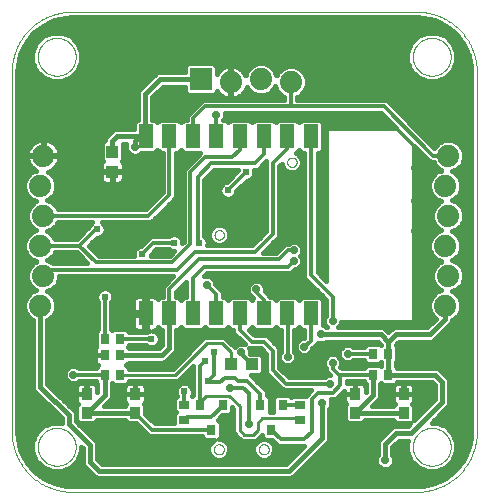
<source format=gtl>
G75*
%MOIN*%
%OFA0B0*%
%FSLAX25Y25*%
%IPPOS*%
%LPD*%
%AMOC8*
5,1,8,0,0,1.08239X$1,22.5*
%
%ADD10C,0.00100*%
%ADD11C,0.00000*%
%ADD12R,0.03937X0.04331*%
%ADD13R,0.04000X0.04000*%
%ADD14R,0.02756X0.03543*%
%ADD15R,0.03543X0.03937*%
%ADD16R,0.04724X0.07874*%
%ADD17C,0.07400*%
%ADD18R,0.07400X0.07400*%
%ADD19R,0.03150X0.03543*%
%ADD20R,0.03543X0.02756*%
%ADD21C,0.01200*%
%ADD22C,0.01600*%
%ADD23OC8,0.02400*%
%ADD24C,0.02400*%
%ADD25C,0.01400*%
%ADD26OC8,0.02800*%
%ADD27C,0.02800*%
%ADD28C,0.01000*%
D10*
X0033000Y0015846D02*
X0148000Y0015846D01*
X0148483Y0015852D01*
X0148966Y0015869D01*
X0149449Y0015899D01*
X0149930Y0015939D01*
X0150411Y0015992D01*
X0150890Y0016056D01*
X0151367Y0016131D01*
X0151843Y0016219D01*
X0152316Y0016317D01*
X0152786Y0016427D01*
X0153254Y0016548D01*
X0153719Y0016681D01*
X0154180Y0016825D01*
X0154638Y0016980D01*
X0155092Y0017146D01*
X0155542Y0017323D01*
X0155987Y0017510D01*
X0156428Y0017709D01*
X0156864Y0017917D01*
X0157294Y0018137D01*
X0157720Y0018367D01*
X0158139Y0018607D01*
X0158553Y0018857D01*
X0158960Y0019117D01*
X0159361Y0019386D01*
X0159756Y0019666D01*
X0160143Y0019954D01*
X0160524Y0020253D01*
X0160897Y0020560D01*
X0161262Y0020876D01*
X0161620Y0021201D01*
X0161970Y0021534D01*
X0162312Y0021876D01*
X0162645Y0022226D01*
X0162970Y0022584D01*
X0163286Y0022949D01*
X0163593Y0023322D01*
X0163892Y0023703D01*
X0164180Y0024090D01*
X0164460Y0024485D01*
X0164729Y0024886D01*
X0164989Y0025293D01*
X0165239Y0025707D01*
X0165479Y0026126D01*
X0165709Y0026552D01*
X0165929Y0026982D01*
X0166137Y0027418D01*
X0166336Y0027859D01*
X0166523Y0028304D01*
X0166700Y0028754D01*
X0166866Y0029208D01*
X0167021Y0029666D01*
X0167165Y0030127D01*
X0167298Y0030592D01*
X0167419Y0031060D01*
X0167529Y0031530D01*
X0167627Y0032003D01*
X0167715Y0032479D01*
X0167790Y0032956D01*
X0167854Y0033435D01*
X0167907Y0033916D01*
X0167947Y0034397D01*
X0167977Y0034880D01*
X0167994Y0035363D01*
X0168000Y0035846D01*
X0168000Y0155846D01*
X0167994Y0156329D01*
X0167977Y0156812D01*
X0167947Y0157295D01*
X0167907Y0157776D01*
X0167854Y0158257D01*
X0167790Y0158736D01*
X0167715Y0159213D01*
X0167627Y0159689D01*
X0167529Y0160162D01*
X0167419Y0160632D01*
X0167298Y0161100D01*
X0167165Y0161565D01*
X0167021Y0162026D01*
X0166866Y0162484D01*
X0166700Y0162938D01*
X0166523Y0163388D01*
X0166336Y0163833D01*
X0166137Y0164274D01*
X0165929Y0164710D01*
X0165709Y0165140D01*
X0165479Y0165566D01*
X0165239Y0165985D01*
X0164989Y0166399D01*
X0164729Y0166806D01*
X0164460Y0167207D01*
X0164180Y0167602D01*
X0163892Y0167989D01*
X0163593Y0168370D01*
X0163286Y0168743D01*
X0162970Y0169108D01*
X0162645Y0169466D01*
X0162312Y0169816D01*
X0161970Y0170158D01*
X0161620Y0170491D01*
X0161262Y0170816D01*
X0160897Y0171132D01*
X0160524Y0171439D01*
X0160143Y0171738D01*
X0159756Y0172026D01*
X0159361Y0172306D01*
X0158960Y0172575D01*
X0158553Y0172835D01*
X0158139Y0173085D01*
X0157720Y0173325D01*
X0157294Y0173555D01*
X0156864Y0173775D01*
X0156428Y0173983D01*
X0155987Y0174182D01*
X0155542Y0174369D01*
X0155092Y0174546D01*
X0154638Y0174712D01*
X0154180Y0174867D01*
X0153719Y0175011D01*
X0153254Y0175144D01*
X0152786Y0175265D01*
X0152316Y0175375D01*
X0151843Y0175473D01*
X0151367Y0175561D01*
X0150890Y0175636D01*
X0150411Y0175700D01*
X0149930Y0175753D01*
X0149449Y0175793D01*
X0148966Y0175823D01*
X0148483Y0175840D01*
X0148000Y0175846D01*
X0033000Y0175846D01*
X0032517Y0175840D01*
X0032034Y0175823D01*
X0031551Y0175793D01*
X0031070Y0175753D01*
X0030589Y0175700D01*
X0030110Y0175636D01*
X0029633Y0175561D01*
X0029157Y0175473D01*
X0028684Y0175375D01*
X0028214Y0175265D01*
X0027746Y0175144D01*
X0027281Y0175011D01*
X0026820Y0174867D01*
X0026362Y0174712D01*
X0025908Y0174546D01*
X0025458Y0174369D01*
X0025013Y0174182D01*
X0024572Y0173983D01*
X0024136Y0173775D01*
X0023706Y0173555D01*
X0023280Y0173325D01*
X0022861Y0173085D01*
X0022447Y0172835D01*
X0022040Y0172575D01*
X0021639Y0172306D01*
X0021244Y0172026D01*
X0020857Y0171738D01*
X0020476Y0171439D01*
X0020103Y0171132D01*
X0019738Y0170816D01*
X0019380Y0170491D01*
X0019030Y0170158D01*
X0018688Y0169816D01*
X0018355Y0169466D01*
X0018030Y0169108D01*
X0017714Y0168743D01*
X0017407Y0168370D01*
X0017108Y0167989D01*
X0016820Y0167602D01*
X0016540Y0167207D01*
X0016271Y0166806D01*
X0016011Y0166399D01*
X0015761Y0165985D01*
X0015521Y0165566D01*
X0015291Y0165140D01*
X0015071Y0164710D01*
X0014863Y0164274D01*
X0014664Y0163833D01*
X0014477Y0163388D01*
X0014300Y0162938D01*
X0014134Y0162484D01*
X0013979Y0162026D01*
X0013835Y0161565D01*
X0013702Y0161100D01*
X0013581Y0160632D01*
X0013471Y0160162D01*
X0013373Y0159689D01*
X0013285Y0159213D01*
X0013210Y0158736D01*
X0013146Y0158257D01*
X0013093Y0157776D01*
X0013053Y0157295D01*
X0013023Y0156812D01*
X0013006Y0156329D01*
X0013000Y0155846D01*
X0013000Y0035846D01*
X0013006Y0035363D01*
X0013023Y0034880D01*
X0013053Y0034397D01*
X0013093Y0033916D01*
X0013146Y0033435D01*
X0013210Y0032956D01*
X0013285Y0032479D01*
X0013373Y0032003D01*
X0013471Y0031530D01*
X0013581Y0031060D01*
X0013702Y0030592D01*
X0013835Y0030127D01*
X0013979Y0029666D01*
X0014134Y0029208D01*
X0014300Y0028754D01*
X0014477Y0028304D01*
X0014664Y0027859D01*
X0014863Y0027418D01*
X0015071Y0026982D01*
X0015291Y0026552D01*
X0015521Y0026126D01*
X0015761Y0025707D01*
X0016011Y0025293D01*
X0016271Y0024886D01*
X0016540Y0024485D01*
X0016820Y0024090D01*
X0017108Y0023703D01*
X0017407Y0023322D01*
X0017714Y0022949D01*
X0018030Y0022584D01*
X0018355Y0022226D01*
X0018688Y0021876D01*
X0019030Y0021534D01*
X0019380Y0021201D01*
X0019738Y0020876D01*
X0020103Y0020560D01*
X0020476Y0020253D01*
X0020857Y0019954D01*
X0021244Y0019666D01*
X0021639Y0019386D01*
X0022040Y0019117D01*
X0022447Y0018857D01*
X0022861Y0018607D01*
X0023280Y0018367D01*
X0023706Y0018137D01*
X0024136Y0017917D01*
X0024572Y0017709D01*
X0025013Y0017510D01*
X0025458Y0017323D01*
X0025908Y0017146D01*
X0026362Y0016980D01*
X0026820Y0016825D01*
X0027281Y0016681D01*
X0027746Y0016548D01*
X0028214Y0016427D01*
X0028684Y0016317D01*
X0029157Y0016219D01*
X0029633Y0016131D01*
X0030110Y0016056D01*
X0030589Y0015992D01*
X0031070Y0015939D01*
X0031551Y0015899D01*
X0032034Y0015869D01*
X0032517Y0015852D01*
X0033000Y0015846D01*
D11*
X0021701Y0030846D02*
X0021703Y0031004D01*
X0021709Y0031162D01*
X0021719Y0031320D01*
X0021733Y0031478D01*
X0021751Y0031635D01*
X0021772Y0031792D01*
X0021798Y0031948D01*
X0021828Y0032104D01*
X0021861Y0032259D01*
X0021899Y0032412D01*
X0021940Y0032565D01*
X0021985Y0032717D01*
X0022034Y0032868D01*
X0022087Y0033017D01*
X0022143Y0033165D01*
X0022203Y0033311D01*
X0022267Y0033456D01*
X0022335Y0033599D01*
X0022406Y0033741D01*
X0022480Y0033881D01*
X0022558Y0034018D01*
X0022640Y0034154D01*
X0022724Y0034288D01*
X0022813Y0034419D01*
X0022904Y0034548D01*
X0022999Y0034675D01*
X0023096Y0034800D01*
X0023197Y0034922D01*
X0023301Y0035041D01*
X0023408Y0035158D01*
X0023518Y0035272D01*
X0023631Y0035383D01*
X0023746Y0035492D01*
X0023864Y0035597D01*
X0023985Y0035699D01*
X0024108Y0035799D01*
X0024234Y0035895D01*
X0024362Y0035988D01*
X0024492Y0036078D01*
X0024625Y0036164D01*
X0024760Y0036248D01*
X0024896Y0036327D01*
X0025035Y0036404D01*
X0025176Y0036476D01*
X0025318Y0036546D01*
X0025462Y0036611D01*
X0025608Y0036673D01*
X0025755Y0036731D01*
X0025904Y0036786D01*
X0026054Y0036837D01*
X0026205Y0036884D01*
X0026357Y0036927D01*
X0026510Y0036966D01*
X0026665Y0037002D01*
X0026820Y0037033D01*
X0026976Y0037061D01*
X0027132Y0037085D01*
X0027289Y0037105D01*
X0027447Y0037121D01*
X0027604Y0037133D01*
X0027763Y0037141D01*
X0027921Y0037145D01*
X0028079Y0037145D01*
X0028237Y0037141D01*
X0028396Y0037133D01*
X0028553Y0037121D01*
X0028711Y0037105D01*
X0028868Y0037085D01*
X0029024Y0037061D01*
X0029180Y0037033D01*
X0029335Y0037002D01*
X0029490Y0036966D01*
X0029643Y0036927D01*
X0029795Y0036884D01*
X0029946Y0036837D01*
X0030096Y0036786D01*
X0030245Y0036731D01*
X0030392Y0036673D01*
X0030538Y0036611D01*
X0030682Y0036546D01*
X0030824Y0036476D01*
X0030965Y0036404D01*
X0031104Y0036327D01*
X0031240Y0036248D01*
X0031375Y0036164D01*
X0031508Y0036078D01*
X0031638Y0035988D01*
X0031766Y0035895D01*
X0031892Y0035799D01*
X0032015Y0035699D01*
X0032136Y0035597D01*
X0032254Y0035492D01*
X0032369Y0035383D01*
X0032482Y0035272D01*
X0032592Y0035158D01*
X0032699Y0035041D01*
X0032803Y0034922D01*
X0032904Y0034800D01*
X0033001Y0034675D01*
X0033096Y0034548D01*
X0033187Y0034419D01*
X0033276Y0034288D01*
X0033360Y0034154D01*
X0033442Y0034018D01*
X0033520Y0033881D01*
X0033594Y0033741D01*
X0033665Y0033599D01*
X0033733Y0033456D01*
X0033797Y0033311D01*
X0033857Y0033165D01*
X0033913Y0033017D01*
X0033966Y0032868D01*
X0034015Y0032717D01*
X0034060Y0032565D01*
X0034101Y0032412D01*
X0034139Y0032259D01*
X0034172Y0032104D01*
X0034202Y0031948D01*
X0034228Y0031792D01*
X0034249Y0031635D01*
X0034267Y0031478D01*
X0034281Y0031320D01*
X0034291Y0031162D01*
X0034297Y0031004D01*
X0034299Y0030846D01*
X0034297Y0030688D01*
X0034291Y0030530D01*
X0034281Y0030372D01*
X0034267Y0030214D01*
X0034249Y0030057D01*
X0034228Y0029900D01*
X0034202Y0029744D01*
X0034172Y0029588D01*
X0034139Y0029433D01*
X0034101Y0029280D01*
X0034060Y0029127D01*
X0034015Y0028975D01*
X0033966Y0028824D01*
X0033913Y0028675D01*
X0033857Y0028527D01*
X0033797Y0028381D01*
X0033733Y0028236D01*
X0033665Y0028093D01*
X0033594Y0027951D01*
X0033520Y0027811D01*
X0033442Y0027674D01*
X0033360Y0027538D01*
X0033276Y0027404D01*
X0033187Y0027273D01*
X0033096Y0027144D01*
X0033001Y0027017D01*
X0032904Y0026892D01*
X0032803Y0026770D01*
X0032699Y0026651D01*
X0032592Y0026534D01*
X0032482Y0026420D01*
X0032369Y0026309D01*
X0032254Y0026200D01*
X0032136Y0026095D01*
X0032015Y0025993D01*
X0031892Y0025893D01*
X0031766Y0025797D01*
X0031638Y0025704D01*
X0031508Y0025614D01*
X0031375Y0025528D01*
X0031240Y0025444D01*
X0031104Y0025365D01*
X0030965Y0025288D01*
X0030824Y0025216D01*
X0030682Y0025146D01*
X0030538Y0025081D01*
X0030392Y0025019D01*
X0030245Y0024961D01*
X0030096Y0024906D01*
X0029946Y0024855D01*
X0029795Y0024808D01*
X0029643Y0024765D01*
X0029490Y0024726D01*
X0029335Y0024690D01*
X0029180Y0024659D01*
X0029024Y0024631D01*
X0028868Y0024607D01*
X0028711Y0024587D01*
X0028553Y0024571D01*
X0028396Y0024559D01*
X0028237Y0024551D01*
X0028079Y0024547D01*
X0027921Y0024547D01*
X0027763Y0024551D01*
X0027604Y0024559D01*
X0027447Y0024571D01*
X0027289Y0024587D01*
X0027132Y0024607D01*
X0026976Y0024631D01*
X0026820Y0024659D01*
X0026665Y0024690D01*
X0026510Y0024726D01*
X0026357Y0024765D01*
X0026205Y0024808D01*
X0026054Y0024855D01*
X0025904Y0024906D01*
X0025755Y0024961D01*
X0025608Y0025019D01*
X0025462Y0025081D01*
X0025318Y0025146D01*
X0025176Y0025216D01*
X0025035Y0025288D01*
X0024896Y0025365D01*
X0024760Y0025444D01*
X0024625Y0025528D01*
X0024492Y0025614D01*
X0024362Y0025704D01*
X0024234Y0025797D01*
X0024108Y0025893D01*
X0023985Y0025993D01*
X0023864Y0026095D01*
X0023746Y0026200D01*
X0023631Y0026309D01*
X0023518Y0026420D01*
X0023408Y0026534D01*
X0023301Y0026651D01*
X0023197Y0026770D01*
X0023096Y0026892D01*
X0022999Y0027017D01*
X0022904Y0027144D01*
X0022813Y0027273D01*
X0022724Y0027404D01*
X0022640Y0027538D01*
X0022558Y0027674D01*
X0022480Y0027811D01*
X0022406Y0027951D01*
X0022335Y0028093D01*
X0022267Y0028236D01*
X0022203Y0028381D01*
X0022143Y0028527D01*
X0022087Y0028675D01*
X0022034Y0028824D01*
X0021985Y0028975D01*
X0021940Y0029127D01*
X0021899Y0029280D01*
X0021861Y0029433D01*
X0021828Y0029588D01*
X0021798Y0029744D01*
X0021772Y0029900D01*
X0021751Y0030057D01*
X0021733Y0030214D01*
X0021719Y0030372D01*
X0021709Y0030530D01*
X0021703Y0030688D01*
X0021701Y0030846D01*
X0080347Y0030008D02*
X0080349Y0030089D01*
X0080355Y0030171D01*
X0080365Y0030252D01*
X0080379Y0030332D01*
X0080396Y0030411D01*
X0080418Y0030490D01*
X0080443Y0030567D01*
X0080472Y0030644D01*
X0080505Y0030718D01*
X0080542Y0030791D01*
X0080581Y0030862D01*
X0080625Y0030931D01*
X0080671Y0030998D01*
X0080721Y0031062D01*
X0080774Y0031124D01*
X0080830Y0031184D01*
X0080888Y0031240D01*
X0080950Y0031294D01*
X0081014Y0031345D01*
X0081080Y0031392D01*
X0081148Y0031436D01*
X0081219Y0031477D01*
X0081291Y0031514D01*
X0081366Y0031548D01*
X0081441Y0031578D01*
X0081519Y0031604D01*
X0081597Y0031627D01*
X0081676Y0031645D01*
X0081756Y0031660D01*
X0081837Y0031671D01*
X0081918Y0031678D01*
X0082000Y0031681D01*
X0082081Y0031680D01*
X0082162Y0031675D01*
X0082243Y0031666D01*
X0082324Y0031653D01*
X0082404Y0031636D01*
X0082482Y0031616D01*
X0082560Y0031591D01*
X0082637Y0031563D01*
X0082712Y0031531D01*
X0082785Y0031496D01*
X0082856Y0031457D01*
X0082926Y0031414D01*
X0082993Y0031369D01*
X0083059Y0031320D01*
X0083121Y0031268D01*
X0083181Y0031212D01*
X0083238Y0031154D01*
X0083293Y0031094D01*
X0083344Y0031030D01*
X0083392Y0030965D01*
X0083437Y0030897D01*
X0083479Y0030827D01*
X0083517Y0030755D01*
X0083552Y0030681D01*
X0083583Y0030606D01*
X0083610Y0030529D01*
X0083633Y0030451D01*
X0083653Y0030372D01*
X0083669Y0030292D01*
X0083681Y0030211D01*
X0083689Y0030130D01*
X0083693Y0030049D01*
X0083693Y0029967D01*
X0083689Y0029886D01*
X0083681Y0029805D01*
X0083669Y0029724D01*
X0083653Y0029644D01*
X0083633Y0029565D01*
X0083610Y0029487D01*
X0083583Y0029410D01*
X0083552Y0029335D01*
X0083517Y0029261D01*
X0083479Y0029189D01*
X0083437Y0029119D01*
X0083392Y0029051D01*
X0083344Y0028986D01*
X0083293Y0028922D01*
X0083238Y0028862D01*
X0083181Y0028804D01*
X0083121Y0028748D01*
X0083059Y0028696D01*
X0082993Y0028647D01*
X0082926Y0028602D01*
X0082857Y0028559D01*
X0082785Y0028520D01*
X0082712Y0028485D01*
X0082637Y0028453D01*
X0082560Y0028425D01*
X0082482Y0028400D01*
X0082404Y0028380D01*
X0082324Y0028363D01*
X0082243Y0028350D01*
X0082162Y0028341D01*
X0082081Y0028336D01*
X0082000Y0028335D01*
X0081918Y0028338D01*
X0081837Y0028345D01*
X0081756Y0028356D01*
X0081676Y0028371D01*
X0081597Y0028389D01*
X0081519Y0028412D01*
X0081441Y0028438D01*
X0081366Y0028468D01*
X0081291Y0028502D01*
X0081219Y0028539D01*
X0081148Y0028580D01*
X0081080Y0028624D01*
X0081014Y0028671D01*
X0080950Y0028722D01*
X0080888Y0028776D01*
X0080830Y0028832D01*
X0080774Y0028892D01*
X0080721Y0028954D01*
X0080671Y0029018D01*
X0080625Y0029085D01*
X0080581Y0029154D01*
X0080542Y0029225D01*
X0080505Y0029298D01*
X0080472Y0029372D01*
X0080443Y0029449D01*
X0080418Y0029526D01*
X0080396Y0029605D01*
X0080379Y0029684D01*
X0080365Y0029764D01*
X0080355Y0029845D01*
X0080349Y0029927D01*
X0080347Y0030008D01*
X0095307Y0030008D02*
X0095309Y0030089D01*
X0095315Y0030171D01*
X0095325Y0030252D01*
X0095339Y0030332D01*
X0095356Y0030411D01*
X0095378Y0030490D01*
X0095403Y0030567D01*
X0095432Y0030644D01*
X0095465Y0030718D01*
X0095502Y0030791D01*
X0095541Y0030862D01*
X0095585Y0030931D01*
X0095631Y0030998D01*
X0095681Y0031062D01*
X0095734Y0031124D01*
X0095790Y0031184D01*
X0095848Y0031240D01*
X0095910Y0031294D01*
X0095974Y0031345D01*
X0096040Y0031392D01*
X0096108Y0031436D01*
X0096179Y0031477D01*
X0096251Y0031514D01*
X0096326Y0031548D01*
X0096401Y0031578D01*
X0096479Y0031604D01*
X0096557Y0031627D01*
X0096636Y0031645D01*
X0096716Y0031660D01*
X0096797Y0031671D01*
X0096878Y0031678D01*
X0096960Y0031681D01*
X0097041Y0031680D01*
X0097122Y0031675D01*
X0097203Y0031666D01*
X0097284Y0031653D01*
X0097364Y0031636D01*
X0097442Y0031616D01*
X0097520Y0031591D01*
X0097597Y0031563D01*
X0097672Y0031531D01*
X0097745Y0031496D01*
X0097816Y0031457D01*
X0097886Y0031414D01*
X0097953Y0031369D01*
X0098019Y0031320D01*
X0098081Y0031268D01*
X0098141Y0031212D01*
X0098198Y0031154D01*
X0098253Y0031094D01*
X0098304Y0031030D01*
X0098352Y0030965D01*
X0098397Y0030897D01*
X0098439Y0030827D01*
X0098477Y0030755D01*
X0098512Y0030681D01*
X0098543Y0030606D01*
X0098570Y0030529D01*
X0098593Y0030451D01*
X0098613Y0030372D01*
X0098629Y0030292D01*
X0098641Y0030211D01*
X0098649Y0030130D01*
X0098653Y0030049D01*
X0098653Y0029967D01*
X0098649Y0029886D01*
X0098641Y0029805D01*
X0098629Y0029724D01*
X0098613Y0029644D01*
X0098593Y0029565D01*
X0098570Y0029487D01*
X0098543Y0029410D01*
X0098512Y0029335D01*
X0098477Y0029261D01*
X0098439Y0029189D01*
X0098397Y0029119D01*
X0098352Y0029051D01*
X0098304Y0028986D01*
X0098253Y0028922D01*
X0098198Y0028862D01*
X0098141Y0028804D01*
X0098081Y0028748D01*
X0098019Y0028696D01*
X0097953Y0028647D01*
X0097886Y0028602D01*
X0097817Y0028559D01*
X0097745Y0028520D01*
X0097672Y0028485D01*
X0097597Y0028453D01*
X0097520Y0028425D01*
X0097442Y0028400D01*
X0097364Y0028380D01*
X0097284Y0028363D01*
X0097203Y0028350D01*
X0097122Y0028341D01*
X0097041Y0028336D01*
X0096960Y0028335D01*
X0096878Y0028338D01*
X0096797Y0028345D01*
X0096716Y0028356D01*
X0096636Y0028371D01*
X0096557Y0028389D01*
X0096479Y0028412D01*
X0096401Y0028438D01*
X0096326Y0028468D01*
X0096251Y0028502D01*
X0096179Y0028539D01*
X0096108Y0028580D01*
X0096040Y0028624D01*
X0095974Y0028671D01*
X0095910Y0028722D01*
X0095848Y0028776D01*
X0095790Y0028832D01*
X0095734Y0028892D01*
X0095681Y0028954D01*
X0095631Y0029018D01*
X0095585Y0029085D01*
X0095541Y0029154D01*
X0095502Y0029225D01*
X0095465Y0029298D01*
X0095432Y0029372D01*
X0095403Y0029449D01*
X0095378Y0029526D01*
X0095356Y0029605D01*
X0095339Y0029684D01*
X0095325Y0029764D01*
X0095315Y0029845D01*
X0095309Y0029927D01*
X0095307Y0030008D01*
X0146701Y0030846D02*
X0146703Y0031004D01*
X0146709Y0031162D01*
X0146719Y0031320D01*
X0146733Y0031478D01*
X0146751Y0031635D01*
X0146772Y0031792D01*
X0146798Y0031948D01*
X0146828Y0032104D01*
X0146861Y0032259D01*
X0146899Y0032412D01*
X0146940Y0032565D01*
X0146985Y0032717D01*
X0147034Y0032868D01*
X0147087Y0033017D01*
X0147143Y0033165D01*
X0147203Y0033311D01*
X0147267Y0033456D01*
X0147335Y0033599D01*
X0147406Y0033741D01*
X0147480Y0033881D01*
X0147558Y0034018D01*
X0147640Y0034154D01*
X0147724Y0034288D01*
X0147813Y0034419D01*
X0147904Y0034548D01*
X0147999Y0034675D01*
X0148096Y0034800D01*
X0148197Y0034922D01*
X0148301Y0035041D01*
X0148408Y0035158D01*
X0148518Y0035272D01*
X0148631Y0035383D01*
X0148746Y0035492D01*
X0148864Y0035597D01*
X0148985Y0035699D01*
X0149108Y0035799D01*
X0149234Y0035895D01*
X0149362Y0035988D01*
X0149492Y0036078D01*
X0149625Y0036164D01*
X0149760Y0036248D01*
X0149896Y0036327D01*
X0150035Y0036404D01*
X0150176Y0036476D01*
X0150318Y0036546D01*
X0150462Y0036611D01*
X0150608Y0036673D01*
X0150755Y0036731D01*
X0150904Y0036786D01*
X0151054Y0036837D01*
X0151205Y0036884D01*
X0151357Y0036927D01*
X0151510Y0036966D01*
X0151665Y0037002D01*
X0151820Y0037033D01*
X0151976Y0037061D01*
X0152132Y0037085D01*
X0152289Y0037105D01*
X0152447Y0037121D01*
X0152604Y0037133D01*
X0152763Y0037141D01*
X0152921Y0037145D01*
X0153079Y0037145D01*
X0153237Y0037141D01*
X0153396Y0037133D01*
X0153553Y0037121D01*
X0153711Y0037105D01*
X0153868Y0037085D01*
X0154024Y0037061D01*
X0154180Y0037033D01*
X0154335Y0037002D01*
X0154490Y0036966D01*
X0154643Y0036927D01*
X0154795Y0036884D01*
X0154946Y0036837D01*
X0155096Y0036786D01*
X0155245Y0036731D01*
X0155392Y0036673D01*
X0155538Y0036611D01*
X0155682Y0036546D01*
X0155824Y0036476D01*
X0155965Y0036404D01*
X0156104Y0036327D01*
X0156240Y0036248D01*
X0156375Y0036164D01*
X0156508Y0036078D01*
X0156638Y0035988D01*
X0156766Y0035895D01*
X0156892Y0035799D01*
X0157015Y0035699D01*
X0157136Y0035597D01*
X0157254Y0035492D01*
X0157369Y0035383D01*
X0157482Y0035272D01*
X0157592Y0035158D01*
X0157699Y0035041D01*
X0157803Y0034922D01*
X0157904Y0034800D01*
X0158001Y0034675D01*
X0158096Y0034548D01*
X0158187Y0034419D01*
X0158276Y0034288D01*
X0158360Y0034154D01*
X0158442Y0034018D01*
X0158520Y0033881D01*
X0158594Y0033741D01*
X0158665Y0033599D01*
X0158733Y0033456D01*
X0158797Y0033311D01*
X0158857Y0033165D01*
X0158913Y0033017D01*
X0158966Y0032868D01*
X0159015Y0032717D01*
X0159060Y0032565D01*
X0159101Y0032412D01*
X0159139Y0032259D01*
X0159172Y0032104D01*
X0159202Y0031948D01*
X0159228Y0031792D01*
X0159249Y0031635D01*
X0159267Y0031478D01*
X0159281Y0031320D01*
X0159291Y0031162D01*
X0159297Y0031004D01*
X0159299Y0030846D01*
X0159297Y0030688D01*
X0159291Y0030530D01*
X0159281Y0030372D01*
X0159267Y0030214D01*
X0159249Y0030057D01*
X0159228Y0029900D01*
X0159202Y0029744D01*
X0159172Y0029588D01*
X0159139Y0029433D01*
X0159101Y0029280D01*
X0159060Y0029127D01*
X0159015Y0028975D01*
X0158966Y0028824D01*
X0158913Y0028675D01*
X0158857Y0028527D01*
X0158797Y0028381D01*
X0158733Y0028236D01*
X0158665Y0028093D01*
X0158594Y0027951D01*
X0158520Y0027811D01*
X0158442Y0027674D01*
X0158360Y0027538D01*
X0158276Y0027404D01*
X0158187Y0027273D01*
X0158096Y0027144D01*
X0158001Y0027017D01*
X0157904Y0026892D01*
X0157803Y0026770D01*
X0157699Y0026651D01*
X0157592Y0026534D01*
X0157482Y0026420D01*
X0157369Y0026309D01*
X0157254Y0026200D01*
X0157136Y0026095D01*
X0157015Y0025993D01*
X0156892Y0025893D01*
X0156766Y0025797D01*
X0156638Y0025704D01*
X0156508Y0025614D01*
X0156375Y0025528D01*
X0156240Y0025444D01*
X0156104Y0025365D01*
X0155965Y0025288D01*
X0155824Y0025216D01*
X0155682Y0025146D01*
X0155538Y0025081D01*
X0155392Y0025019D01*
X0155245Y0024961D01*
X0155096Y0024906D01*
X0154946Y0024855D01*
X0154795Y0024808D01*
X0154643Y0024765D01*
X0154490Y0024726D01*
X0154335Y0024690D01*
X0154180Y0024659D01*
X0154024Y0024631D01*
X0153868Y0024607D01*
X0153711Y0024587D01*
X0153553Y0024571D01*
X0153396Y0024559D01*
X0153237Y0024551D01*
X0153079Y0024547D01*
X0152921Y0024547D01*
X0152763Y0024551D01*
X0152604Y0024559D01*
X0152447Y0024571D01*
X0152289Y0024587D01*
X0152132Y0024607D01*
X0151976Y0024631D01*
X0151820Y0024659D01*
X0151665Y0024690D01*
X0151510Y0024726D01*
X0151357Y0024765D01*
X0151205Y0024808D01*
X0151054Y0024855D01*
X0150904Y0024906D01*
X0150755Y0024961D01*
X0150608Y0025019D01*
X0150462Y0025081D01*
X0150318Y0025146D01*
X0150176Y0025216D01*
X0150035Y0025288D01*
X0149896Y0025365D01*
X0149760Y0025444D01*
X0149625Y0025528D01*
X0149492Y0025614D01*
X0149362Y0025704D01*
X0149234Y0025797D01*
X0149108Y0025893D01*
X0148985Y0025993D01*
X0148864Y0026095D01*
X0148746Y0026200D01*
X0148631Y0026309D01*
X0148518Y0026420D01*
X0148408Y0026534D01*
X0148301Y0026651D01*
X0148197Y0026770D01*
X0148096Y0026892D01*
X0147999Y0027017D01*
X0147904Y0027144D01*
X0147813Y0027273D01*
X0147724Y0027404D01*
X0147640Y0027538D01*
X0147558Y0027674D01*
X0147480Y0027811D01*
X0147406Y0027951D01*
X0147335Y0028093D01*
X0147267Y0028236D01*
X0147203Y0028381D01*
X0147143Y0028527D01*
X0147087Y0028675D01*
X0147034Y0028824D01*
X0146985Y0028975D01*
X0146940Y0029127D01*
X0146899Y0029280D01*
X0146861Y0029433D01*
X0146828Y0029588D01*
X0146798Y0029744D01*
X0146772Y0029900D01*
X0146751Y0030057D01*
X0146733Y0030214D01*
X0146719Y0030372D01*
X0146709Y0030530D01*
X0146703Y0030688D01*
X0146701Y0030846D01*
X0080567Y0101492D02*
X0080569Y0101571D01*
X0080575Y0101650D01*
X0080585Y0101729D01*
X0080599Y0101807D01*
X0080616Y0101884D01*
X0080638Y0101960D01*
X0080663Y0102035D01*
X0080693Y0102108D01*
X0080725Y0102180D01*
X0080762Y0102251D01*
X0080802Y0102319D01*
X0080845Y0102385D01*
X0080891Y0102449D01*
X0080941Y0102511D01*
X0080994Y0102570D01*
X0081049Y0102626D01*
X0081108Y0102680D01*
X0081169Y0102730D01*
X0081232Y0102778D01*
X0081298Y0102822D01*
X0081366Y0102863D01*
X0081436Y0102900D01*
X0081507Y0102934D01*
X0081581Y0102964D01*
X0081655Y0102990D01*
X0081731Y0103012D01*
X0081808Y0103031D01*
X0081886Y0103046D01*
X0081964Y0103057D01*
X0082043Y0103064D01*
X0082122Y0103067D01*
X0082201Y0103066D01*
X0082280Y0103061D01*
X0082359Y0103052D01*
X0082437Y0103039D01*
X0082514Y0103022D01*
X0082591Y0103002D01*
X0082666Y0102977D01*
X0082740Y0102949D01*
X0082813Y0102917D01*
X0082883Y0102882D01*
X0082952Y0102843D01*
X0083019Y0102800D01*
X0083084Y0102754D01*
X0083146Y0102706D01*
X0083206Y0102654D01*
X0083263Y0102599D01*
X0083317Y0102541D01*
X0083368Y0102481D01*
X0083416Y0102418D01*
X0083461Y0102353D01*
X0083503Y0102285D01*
X0083541Y0102216D01*
X0083575Y0102145D01*
X0083606Y0102072D01*
X0083634Y0101997D01*
X0083657Y0101922D01*
X0083677Y0101845D01*
X0083693Y0101768D01*
X0083705Y0101689D01*
X0083713Y0101611D01*
X0083717Y0101532D01*
X0083717Y0101452D01*
X0083713Y0101373D01*
X0083705Y0101295D01*
X0083693Y0101216D01*
X0083677Y0101139D01*
X0083657Y0101062D01*
X0083634Y0100987D01*
X0083606Y0100912D01*
X0083575Y0100839D01*
X0083541Y0100768D01*
X0083503Y0100699D01*
X0083461Y0100631D01*
X0083416Y0100566D01*
X0083368Y0100503D01*
X0083317Y0100443D01*
X0083263Y0100385D01*
X0083206Y0100330D01*
X0083146Y0100278D01*
X0083084Y0100230D01*
X0083019Y0100184D01*
X0082952Y0100141D01*
X0082883Y0100102D01*
X0082813Y0100067D01*
X0082740Y0100035D01*
X0082666Y0100007D01*
X0082591Y0099982D01*
X0082514Y0099962D01*
X0082437Y0099945D01*
X0082359Y0099932D01*
X0082280Y0099923D01*
X0082201Y0099918D01*
X0082122Y0099917D01*
X0082043Y0099920D01*
X0081964Y0099927D01*
X0081886Y0099938D01*
X0081808Y0099953D01*
X0081731Y0099972D01*
X0081655Y0099994D01*
X0081581Y0100020D01*
X0081507Y0100050D01*
X0081436Y0100084D01*
X0081366Y0100121D01*
X0081298Y0100162D01*
X0081232Y0100206D01*
X0081169Y0100254D01*
X0081108Y0100304D01*
X0081049Y0100358D01*
X0080994Y0100414D01*
X0080941Y0100473D01*
X0080891Y0100535D01*
X0080845Y0100599D01*
X0080802Y0100665D01*
X0080762Y0100733D01*
X0080725Y0100804D01*
X0080693Y0100876D01*
X0080663Y0100949D01*
X0080638Y0101024D01*
X0080616Y0101100D01*
X0080599Y0101177D01*
X0080585Y0101255D01*
X0080575Y0101334D01*
X0080569Y0101413D01*
X0080567Y0101492D01*
X0104779Y0125705D02*
X0104781Y0125784D01*
X0104787Y0125863D01*
X0104797Y0125942D01*
X0104811Y0126020D01*
X0104828Y0126097D01*
X0104850Y0126173D01*
X0104875Y0126248D01*
X0104905Y0126321D01*
X0104937Y0126393D01*
X0104974Y0126464D01*
X0105014Y0126532D01*
X0105057Y0126598D01*
X0105103Y0126662D01*
X0105153Y0126724D01*
X0105206Y0126783D01*
X0105261Y0126839D01*
X0105320Y0126893D01*
X0105381Y0126943D01*
X0105444Y0126991D01*
X0105510Y0127035D01*
X0105578Y0127076D01*
X0105648Y0127113D01*
X0105719Y0127147D01*
X0105793Y0127177D01*
X0105867Y0127203D01*
X0105943Y0127225D01*
X0106020Y0127244D01*
X0106098Y0127259D01*
X0106176Y0127270D01*
X0106255Y0127277D01*
X0106334Y0127280D01*
X0106413Y0127279D01*
X0106492Y0127274D01*
X0106571Y0127265D01*
X0106649Y0127252D01*
X0106726Y0127235D01*
X0106803Y0127215D01*
X0106878Y0127190D01*
X0106952Y0127162D01*
X0107025Y0127130D01*
X0107095Y0127095D01*
X0107164Y0127056D01*
X0107231Y0127013D01*
X0107296Y0126967D01*
X0107358Y0126919D01*
X0107418Y0126867D01*
X0107475Y0126812D01*
X0107529Y0126754D01*
X0107580Y0126694D01*
X0107628Y0126631D01*
X0107673Y0126566D01*
X0107715Y0126498D01*
X0107753Y0126429D01*
X0107787Y0126358D01*
X0107818Y0126285D01*
X0107846Y0126210D01*
X0107869Y0126135D01*
X0107889Y0126058D01*
X0107905Y0125981D01*
X0107917Y0125902D01*
X0107925Y0125824D01*
X0107929Y0125745D01*
X0107929Y0125665D01*
X0107925Y0125586D01*
X0107917Y0125508D01*
X0107905Y0125429D01*
X0107889Y0125352D01*
X0107869Y0125275D01*
X0107846Y0125200D01*
X0107818Y0125125D01*
X0107787Y0125052D01*
X0107753Y0124981D01*
X0107715Y0124912D01*
X0107673Y0124844D01*
X0107628Y0124779D01*
X0107580Y0124716D01*
X0107529Y0124656D01*
X0107475Y0124598D01*
X0107418Y0124543D01*
X0107358Y0124491D01*
X0107296Y0124443D01*
X0107231Y0124397D01*
X0107164Y0124354D01*
X0107095Y0124315D01*
X0107025Y0124280D01*
X0106952Y0124248D01*
X0106878Y0124220D01*
X0106803Y0124195D01*
X0106726Y0124175D01*
X0106649Y0124158D01*
X0106571Y0124145D01*
X0106492Y0124136D01*
X0106413Y0124131D01*
X0106334Y0124130D01*
X0106255Y0124133D01*
X0106176Y0124140D01*
X0106098Y0124151D01*
X0106020Y0124166D01*
X0105943Y0124185D01*
X0105867Y0124207D01*
X0105793Y0124233D01*
X0105719Y0124263D01*
X0105648Y0124297D01*
X0105578Y0124334D01*
X0105510Y0124375D01*
X0105444Y0124419D01*
X0105381Y0124467D01*
X0105320Y0124517D01*
X0105261Y0124571D01*
X0105206Y0124627D01*
X0105153Y0124686D01*
X0105103Y0124748D01*
X0105057Y0124812D01*
X0105014Y0124878D01*
X0104974Y0124946D01*
X0104937Y0125017D01*
X0104905Y0125089D01*
X0104875Y0125162D01*
X0104850Y0125237D01*
X0104828Y0125313D01*
X0104811Y0125390D01*
X0104797Y0125468D01*
X0104787Y0125547D01*
X0104781Y0125626D01*
X0104779Y0125705D01*
X0146701Y0160846D02*
X0146703Y0161004D01*
X0146709Y0161162D01*
X0146719Y0161320D01*
X0146733Y0161478D01*
X0146751Y0161635D01*
X0146772Y0161792D01*
X0146798Y0161948D01*
X0146828Y0162104D01*
X0146861Y0162259D01*
X0146899Y0162412D01*
X0146940Y0162565D01*
X0146985Y0162717D01*
X0147034Y0162868D01*
X0147087Y0163017D01*
X0147143Y0163165D01*
X0147203Y0163311D01*
X0147267Y0163456D01*
X0147335Y0163599D01*
X0147406Y0163741D01*
X0147480Y0163881D01*
X0147558Y0164018D01*
X0147640Y0164154D01*
X0147724Y0164288D01*
X0147813Y0164419D01*
X0147904Y0164548D01*
X0147999Y0164675D01*
X0148096Y0164800D01*
X0148197Y0164922D01*
X0148301Y0165041D01*
X0148408Y0165158D01*
X0148518Y0165272D01*
X0148631Y0165383D01*
X0148746Y0165492D01*
X0148864Y0165597D01*
X0148985Y0165699D01*
X0149108Y0165799D01*
X0149234Y0165895D01*
X0149362Y0165988D01*
X0149492Y0166078D01*
X0149625Y0166164D01*
X0149760Y0166248D01*
X0149896Y0166327D01*
X0150035Y0166404D01*
X0150176Y0166476D01*
X0150318Y0166546D01*
X0150462Y0166611D01*
X0150608Y0166673D01*
X0150755Y0166731D01*
X0150904Y0166786D01*
X0151054Y0166837D01*
X0151205Y0166884D01*
X0151357Y0166927D01*
X0151510Y0166966D01*
X0151665Y0167002D01*
X0151820Y0167033D01*
X0151976Y0167061D01*
X0152132Y0167085D01*
X0152289Y0167105D01*
X0152447Y0167121D01*
X0152604Y0167133D01*
X0152763Y0167141D01*
X0152921Y0167145D01*
X0153079Y0167145D01*
X0153237Y0167141D01*
X0153396Y0167133D01*
X0153553Y0167121D01*
X0153711Y0167105D01*
X0153868Y0167085D01*
X0154024Y0167061D01*
X0154180Y0167033D01*
X0154335Y0167002D01*
X0154490Y0166966D01*
X0154643Y0166927D01*
X0154795Y0166884D01*
X0154946Y0166837D01*
X0155096Y0166786D01*
X0155245Y0166731D01*
X0155392Y0166673D01*
X0155538Y0166611D01*
X0155682Y0166546D01*
X0155824Y0166476D01*
X0155965Y0166404D01*
X0156104Y0166327D01*
X0156240Y0166248D01*
X0156375Y0166164D01*
X0156508Y0166078D01*
X0156638Y0165988D01*
X0156766Y0165895D01*
X0156892Y0165799D01*
X0157015Y0165699D01*
X0157136Y0165597D01*
X0157254Y0165492D01*
X0157369Y0165383D01*
X0157482Y0165272D01*
X0157592Y0165158D01*
X0157699Y0165041D01*
X0157803Y0164922D01*
X0157904Y0164800D01*
X0158001Y0164675D01*
X0158096Y0164548D01*
X0158187Y0164419D01*
X0158276Y0164288D01*
X0158360Y0164154D01*
X0158442Y0164018D01*
X0158520Y0163881D01*
X0158594Y0163741D01*
X0158665Y0163599D01*
X0158733Y0163456D01*
X0158797Y0163311D01*
X0158857Y0163165D01*
X0158913Y0163017D01*
X0158966Y0162868D01*
X0159015Y0162717D01*
X0159060Y0162565D01*
X0159101Y0162412D01*
X0159139Y0162259D01*
X0159172Y0162104D01*
X0159202Y0161948D01*
X0159228Y0161792D01*
X0159249Y0161635D01*
X0159267Y0161478D01*
X0159281Y0161320D01*
X0159291Y0161162D01*
X0159297Y0161004D01*
X0159299Y0160846D01*
X0159297Y0160688D01*
X0159291Y0160530D01*
X0159281Y0160372D01*
X0159267Y0160214D01*
X0159249Y0160057D01*
X0159228Y0159900D01*
X0159202Y0159744D01*
X0159172Y0159588D01*
X0159139Y0159433D01*
X0159101Y0159280D01*
X0159060Y0159127D01*
X0159015Y0158975D01*
X0158966Y0158824D01*
X0158913Y0158675D01*
X0158857Y0158527D01*
X0158797Y0158381D01*
X0158733Y0158236D01*
X0158665Y0158093D01*
X0158594Y0157951D01*
X0158520Y0157811D01*
X0158442Y0157674D01*
X0158360Y0157538D01*
X0158276Y0157404D01*
X0158187Y0157273D01*
X0158096Y0157144D01*
X0158001Y0157017D01*
X0157904Y0156892D01*
X0157803Y0156770D01*
X0157699Y0156651D01*
X0157592Y0156534D01*
X0157482Y0156420D01*
X0157369Y0156309D01*
X0157254Y0156200D01*
X0157136Y0156095D01*
X0157015Y0155993D01*
X0156892Y0155893D01*
X0156766Y0155797D01*
X0156638Y0155704D01*
X0156508Y0155614D01*
X0156375Y0155528D01*
X0156240Y0155444D01*
X0156104Y0155365D01*
X0155965Y0155288D01*
X0155824Y0155216D01*
X0155682Y0155146D01*
X0155538Y0155081D01*
X0155392Y0155019D01*
X0155245Y0154961D01*
X0155096Y0154906D01*
X0154946Y0154855D01*
X0154795Y0154808D01*
X0154643Y0154765D01*
X0154490Y0154726D01*
X0154335Y0154690D01*
X0154180Y0154659D01*
X0154024Y0154631D01*
X0153868Y0154607D01*
X0153711Y0154587D01*
X0153553Y0154571D01*
X0153396Y0154559D01*
X0153237Y0154551D01*
X0153079Y0154547D01*
X0152921Y0154547D01*
X0152763Y0154551D01*
X0152604Y0154559D01*
X0152447Y0154571D01*
X0152289Y0154587D01*
X0152132Y0154607D01*
X0151976Y0154631D01*
X0151820Y0154659D01*
X0151665Y0154690D01*
X0151510Y0154726D01*
X0151357Y0154765D01*
X0151205Y0154808D01*
X0151054Y0154855D01*
X0150904Y0154906D01*
X0150755Y0154961D01*
X0150608Y0155019D01*
X0150462Y0155081D01*
X0150318Y0155146D01*
X0150176Y0155216D01*
X0150035Y0155288D01*
X0149896Y0155365D01*
X0149760Y0155444D01*
X0149625Y0155528D01*
X0149492Y0155614D01*
X0149362Y0155704D01*
X0149234Y0155797D01*
X0149108Y0155893D01*
X0148985Y0155993D01*
X0148864Y0156095D01*
X0148746Y0156200D01*
X0148631Y0156309D01*
X0148518Y0156420D01*
X0148408Y0156534D01*
X0148301Y0156651D01*
X0148197Y0156770D01*
X0148096Y0156892D01*
X0147999Y0157017D01*
X0147904Y0157144D01*
X0147813Y0157273D01*
X0147724Y0157404D01*
X0147640Y0157538D01*
X0147558Y0157674D01*
X0147480Y0157811D01*
X0147406Y0157951D01*
X0147335Y0158093D01*
X0147267Y0158236D01*
X0147203Y0158381D01*
X0147143Y0158527D01*
X0147087Y0158675D01*
X0147034Y0158824D01*
X0146985Y0158975D01*
X0146940Y0159127D01*
X0146899Y0159280D01*
X0146861Y0159433D01*
X0146828Y0159588D01*
X0146798Y0159744D01*
X0146772Y0159900D01*
X0146751Y0160057D01*
X0146733Y0160214D01*
X0146719Y0160372D01*
X0146709Y0160530D01*
X0146703Y0160688D01*
X0146701Y0160846D01*
X0021701Y0160846D02*
X0021703Y0161004D01*
X0021709Y0161162D01*
X0021719Y0161320D01*
X0021733Y0161478D01*
X0021751Y0161635D01*
X0021772Y0161792D01*
X0021798Y0161948D01*
X0021828Y0162104D01*
X0021861Y0162259D01*
X0021899Y0162412D01*
X0021940Y0162565D01*
X0021985Y0162717D01*
X0022034Y0162868D01*
X0022087Y0163017D01*
X0022143Y0163165D01*
X0022203Y0163311D01*
X0022267Y0163456D01*
X0022335Y0163599D01*
X0022406Y0163741D01*
X0022480Y0163881D01*
X0022558Y0164018D01*
X0022640Y0164154D01*
X0022724Y0164288D01*
X0022813Y0164419D01*
X0022904Y0164548D01*
X0022999Y0164675D01*
X0023096Y0164800D01*
X0023197Y0164922D01*
X0023301Y0165041D01*
X0023408Y0165158D01*
X0023518Y0165272D01*
X0023631Y0165383D01*
X0023746Y0165492D01*
X0023864Y0165597D01*
X0023985Y0165699D01*
X0024108Y0165799D01*
X0024234Y0165895D01*
X0024362Y0165988D01*
X0024492Y0166078D01*
X0024625Y0166164D01*
X0024760Y0166248D01*
X0024896Y0166327D01*
X0025035Y0166404D01*
X0025176Y0166476D01*
X0025318Y0166546D01*
X0025462Y0166611D01*
X0025608Y0166673D01*
X0025755Y0166731D01*
X0025904Y0166786D01*
X0026054Y0166837D01*
X0026205Y0166884D01*
X0026357Y0166927D01*
X0026510Y0166966D01*
X0026665Y0167002D01*
X0026820Y0167033D01*
X0026976Y0167061D01*
X0027132Y0167085D01*
X0027289Y0167105D01*
X0027447Y0167121D01*
X0027604Y0167133D01*
X0027763Y0167141D01*
X0027921Y0167145D01*
X0028079Y0167145D01*
X0028237Y0167141D01*
X0028396Y0167133D01*
X0028553Y0167121D01*
X0028711Y0167105D01*
X0028868Y0167085D01*
X0029024Y0167061D01*
X0029180Y0167033D01*
X0029335Y0167002D01*
X0029490Y0166966D01*
X0029643Y0166927D01*
X0029795Y0166884D01*
X0029946Y0166837D01*
X0030096Y0166786D01*
X0030245Y0166731D01*
X0030392Y0166673D01*
X0030538Y0166611D01*
X0030682Y0166546D01*
X0030824Y0166476D01*
X0030965Y0166404D01*
X0031104Y0166327D01*
X0031240Y0166248D01*
X0031375Y0166164D01*
X0031508Y0166078D01*
X0031638Y0165988D01*
X0031766Y0165895D01*
X0031892Y0165799D01*
X0032015Y0165699D01*
X0032136Y0165597D01*
X0032254Y0165492D01*
X0032369Y0165383D01*
X0032482Y0165272D01*
X0032592Y0165158D01*
X0032699Y0165041D01*
X0032803Y0164922D01*
X0032904Y0164800D01*
X0033001Y0164675D01*
X0033096Y0164548D01*
X0033187Y0164419D01*
X0033276Y0164288D01*
X0033360Y0164154D01*
X0033442Y0164018D01*
X0033520Y0163881D01*
X0033594Y0163741D01*
X0033665Y0163599D01*
X0033733Y0163456D01*
X0033797Y0163311D01*
X0033857Y0163165D01*
X0033913Y0163017D01*
X0033966Y0162868D01*
X0034015Y0162717D01*
X0034060Y0162565D01*
X0034101Y0162412D01*
X0034139Y0162259D01*
X0034172Y0162104D01*
X0034202Y0161948D01*
X0034228Y0161792D01*
X0034249Y0161635D01*
X0034267Y0161478D01*
X0034281Y0161320D01*
X0034291Y0161162D01*
X0034297Y0161004D01*
X0034299Y0160846D01*
X0034297Y0160688D01*
X0034291Y0160530D01*
X0034281Y0160372D01*
X0034267Y0160214D01*
X0034249Y0160057D01*
X0034228Y0159900D01*
X0034202Y0159744D01*
X0034172Y0159588D01*
X0034139Y0159433D01*
X0034101Y0159280D01*
X0034060Y0159127D01*
X0034015Y0158975D01*
X0033966Y0158824D01*
X0033913Y0158675D01*
X0033857Y0158527D01*
X0033797Y0158381D01*
X0033733Y0158236D01*
X0033665Y0158093D01*
X0033594Y0157951D01*
X0033520Y0157811D01*
X0033442Y0157674D01*
X0033360Y0157538D01*
X0033276Y0157404D01*
X0033187Y0157273D01*
X0033096Y0157144D01*
X0033001Y0157017D01*
X0032904Y0156892D01*
X0032803Y0156770D01*
X0032699Y0156651D01*
X0032592Y0156534D01*
X0032482Y0156420D01*
X0032369Y0156309D01*
X0032254Y0156200D01*
X0032136Y0156095D01*
X0032015Y0155993D01*
X0031892Y0155893D01*
X0031766Y0155797D01*
X0031638Y0155704D01*
X0031508Y0155614D01*
X0031375Y0155528D01*
X0031240Y0155444D01*
X0031104Y0155365D01*
X0030965Y0155288D01*
X0030824Y0155216D01*
X0030682Y0155146D01*
X0030538Y0155081D01*
X0030392Y0155019D01*
X0030245Y0154961D01*
X0030096Y0154906D01*
X0029946Y0154855D01*
X0029795Y0154808D01*
X0029643Y0154765D01*
X0029490Y0154726D01*
X0029335Y0154690D01*
X0029180Y0154659D01*
X0029024Y0154631D01*
X0028868Y0154607D01*
X0028711Y0154587D01*
X0028553Y0154571D01*
X0028396Y0154559D01*
X0028237Y0154551D01*
X0028079Y0154547D01*
X0027921Y0154547D01*
X0027763Y0154551D01*
X0027604Y0154559D01*
X0027447Y0154571D01*
X0027289Y0154587D01*
X0027132Y0154607D01*
X0026976Y0154631D01*
X0026820Y0154659D01*
X0026665Y0154690D01*
X0026510Y0154726D01*
X0026357Y0154765D01*
X0026205Y0154808D01*
X0026054Y0154855D01*
X0025904Y0154906D01*
X0025755Y0154961D01*
X0025608Y0155019D01*
X0025462Y0155081D01*
X0025318Y0155146D01*
X0025176Y0155216D01*
X0025035Y0155288D01*
X0024896Y0155365D01*
X0024760Y0155444D01*
X0024625Y0155528D01*
X0024492Y0155614D01*
X0024362Y0155704D01*
X0024234Y0155797D01*
X0024108Y0155893D01*
X0023985Y0155993D01*
X0023864Y0156095D01*
X0023746Y0156200D01*
X0023631Y0156309D01*
X0023518Y0156420D01*
X0023408Y0156534D01*
X0023301Y0156651D01*
X0023197Y0156770D01*
X0023096Y0156892D01*
X0022999Y0157017D01*
X0022904Y0157144D01*
X0022813Y0157273D01*
X0022724Y0157404D01*
X0022640Y0157538D01*
X0022558Y0157674D01*
X0022480Y0157811D01*
X0022406Y0157951D01*
X0022335Y0158093D01*
X0022267Y0158236D01*
X0022203Y0158381D01*
X0022143Y0158527D01*
X0022087Y0158675D01*
X0022034Y0158824D01*
X0021985Y0158975D01*
X0021940Y0159127D01*
X0021899Y0159280D01*
X0021861Y0159433D01*
X0021828Y0159588D01*
X0021798Y0159744D01*
X0021772Y0159900D01*
X0021751Y0160057D01*
X0021733Y0160214D01*
X0021719Y0160372D01*
X0021709Y0160530D01*
X0021703Y0160688D01*
X0021701Y0160846D01*
D12*
X0046500Y0129193D03*
X0046500Y0122500D03*
D13*
X0086000Y0058346D03*
X0093000Y0058346D03*
D14*
X0133441Y0054846D03*
X0138559Y0054846D03*
X0138559Y0061846D03*
X0133441Y0061846D03*
X0049059Y0061346D03*
X0043941Y0061346D03*
X0043941Y0066846D03*
X0049059Y0066846D03*
X0049059Y0054846D03*
X0043941Y0054846D03*
D15*
X0037929Y0048496D03*
X0037929Y0042197D03*
X0054071Y0042197D03*
X0054071Y0048496D03*
X0127429Y0048496D03*
X0127429Y0042197D03*
X0143571Y0042197D03*
X0143571Y0048496D03*
D16*
X0112717Y0075319D03*
X0104843Y0075319D03*
X0096969Y0075319D03*
X0089094Y0075319D03*
X0081220Y0075319D03*
X0073346Y0075319D03*
X0065472Y0075319D03*
X0057598Y0075319D03*
X0057598Y0134374D03*
X0065472Y0134374D03*
X0073346Y0134374D03*
X0081220Y0134374D03*
X0089094Y0134374D03*
X0096969Y0134374D03*
X0104843Y0134374D03*
X0112717Y0134374D03*
D17*
X0106000Y0152346D03*
X0096000Y0153346D03*
X0086000Y0152346D03*
X0023500Y0127846D03*
X0022500Y0117846D03*
X0023500Y0107846D03*
X0022500Y0097846D03*
X0023500Y0087846D03*
X0022500Y0077846D03*
X0157500Y0077846D03*
X0158500Y0087846D03*
X0157500Y0097846D03*
X0158500Y0107846D03*
X0157500Y0117846D03*
X0158500Y0127846D03*
D18*
X0076000Y0153346D03*
D19*
X0075760Y0044783D03*
X0083240Y0044783D03*
X0079500Y0036516D03*
X0095760Y0044783D03*
X0103240Y0044783D03*
X0099500Y0036516D03*
D20*
X0109000Y0039787D03*
X0109000Y0044906D03*
X0070500Y0044906D03*
X0070500Y0039787D03*
D21*
X0071559Y0040846D01*
X0079500Y0040846D01*
X0083240Y0044587D01*
X0083240Y0044783D01*
X0085700Y0050546D02*
X0090200Y0050546D01*
X0092000Y0048746D01*
X0092000Y0038546D01*
X0095760Y0044783D02*
X0095760Y0048587D01*
X0091500Y0052846D01*
X0088500Y0052846D01*
X0087500Y0053846D01*
X0084000Y0053846D01*
X0082500Y0052346D01*
X0079000Y0052346D01*
X0078500Y0052846D01*
X0080500Y0054846D01*
X0080500Y0062346D01*
X0077500Y0059446D02*
X0075760Y0057706D01*
X0075760Y0044783D01*
X0070500Y0044906D02*
X0070500Y0049346D01*
X0079500Y0036516D02*
X0059752Y0036516D01*
X0054071Y0042197D01*
X0043941Y0054846D02*
X0033500Y0054846D01*
X0043941Y0066846D02*
X0044000Y0066906D01*
X0044000Y0080846D01*
X0051000Y0074846D02*
X0057126Y0074846D01*
X0057126Y0074847D02*
X0057167Y0074849D01*
X0057208Y0074854D01*
X0057248Y0074863D01*
X0057287Y0074875D01*
X0057325Y0074891D01*
X0057362Y0074910D01*
X0057397Y0074932D01*
X0057429Y0074957D01*
X0057460Y0074985D01*
X0057488Y0075016D01*
X0057513Y0075048D01*
X0057535Y0075083D01*
X0057554Y0075120D01*
X0057570Y0075158D01*
X0057582Y0075197D01*
X0057591Y0075237D01*
X0057596Y0075278D01*
X0057598Y0075319D01*
X0057596Y0075278D01*
X0057591Y0075237D01*
X0057582Y0075197D01*
X0057570Y0075158D01*
X0057554Y0075120D01*
X0057535Y0075083D01*
X0057513Y0075048D01*
X0057488Y0075016D01*
X0057460Y0074985D01*
X0057429Y0074957D01*
X0057397Y0074932D01*
X0057362Y0074910D01*
X0057325Y0074891D01*
X0057287Y0074875D01*
X0057248Y0074863D01*
X0057208Y0074854D01*
X0057167Y0074849D01*
X0057126Y0074847D01*
X0059500Y0066846D02*
X0049059Y0066846D01*
X0065472Y0075319D02*
X0065472Y0083319D01*
X0075500Y0093346D01*
X0102000Y0093346D01*
X0105000Y0096346D01*
X0107000Y0096346D01*
X0107000Y0092846D02*
X0105000Y0090846D01*
X0077000Y0090846D01*
X0073346Y0087193D01*
X0073346Y0075319D01*
X0069500Y0069546D02*
X0069500Y0065346D01*
X0071000Y0063846D01*
X0081220Y0075319D02*
X0081220Y0081626D01*
X0078000Y0084846D01*
X0068000Y0089846D02*
X0074000Y0095846D01*
X0094000Y0095846D01*
X0100000Y0101846D01*
X0100000Y0125346D01*
X0104843Y0130189D01*
X0104843Y0134374D01*
X0097000Y0134343D02*
X0096969Y0134374D01*
X0096969Y0128315D01*
X0094000Y0125346D01*
X0079500Y0125346D01*
X0075000Y0120846D01*
X0075000Y0099346D01*
X0075500Y0098846D01*
X0072500Y0098346D02*
X0072500Y0122346D01*
X0077500Y0127346D01*
X0086500Y0127346D01*
X0089000Y0129846D01*
X0089000Y0134280D01*
X0089094Y0134374D01*
X0081220Y0134374D02*
X0081220Y0141526D01*
X0081200Y0141546D01*
X0077500Y0144346D02*
X0106000Y0144346D01*
X0106000Y0152346D01*
X0106000Y0144346D02*
X0137000Y0144346D01*
X0153500Y0127846D01*
X0158500Y0127846D01*
X0147500Y0130846D02*
X0147500Y0123846D01*
X0147500Y0130846D02*
X0140500Y0137846D01*
X0130500Y0137846D01*
X0112717Y0134374D02*
X0112717Y0088130D01*
X0120000Y0080846D01*
X0120000Y0072846D01*
X0112717Y0075319D02*
X0112717Y0066063D01*
X0110400Y0064246D01*
X0105000Y0060846D02*
X0105000Y0075161D01*
X0104843Y0075319D01*
X0097000Y0075350D02*
X0096969Y0075319D01*
X0097000Y0075350D02*
X0097000Y0079846D01*
X0094500Y0082346D01*
X0094500Y0083346D01*
X0089094Y0075319D02*
X0089094Y0069752D01*
X0093000Y0065846D01*
X0097000Y0065846D01*
X0100000Y0062846D01*
X0100000Y0056346D01*
X0104500Y0051846D01*
X0119000Y0051846D01*
X0120000Y0048846D02*
X0115000Y0048846D01*
X0113000Y0046846D01*
X0113000Y0035846D01*
X0110500Y0033346D01*
X0102669Y0033346D01*
X0099500Y0036516D01*
X0103240Y0044783D02*
X0108878Y0044783D01*
X0109000Y0044906D01*
X0108441Y0040346D02*
X0109000Y0039787D01*
X0120000Y0048846D02*
X0122500Y0051346D01*
X0122500Y0054846D01*
X0122000Y0054846D01*
X0120000Y0056846D01*
X0120000Y0058846D01*
X0122500Y0054846D02*
X0133441Y0054846D01*
X0133441Y0061846D02*
X0125000Y0061846D01*
X0138500Y0061906D02*
X0138559Y0061846D01*
X0093000Y0058346D02*
X0089500Y0061846D01*
X0089500Y0062346D01*
X0068000Y0089846D02*
X0025500Y0089846D01*
X0023500Y0087846D01*
X0022500Y0097846D02*
X0035500Y0097846D01*
X0041000Y0103346D01*
X0041500Y0103346D01*
X0035500Y0097846D02*
X0041000Y0092346D01*
X0066500Y0092346D01*
X0072500Y0098346D01*
X0067000Y0098846D02*
X0060200Y0098846D01*
X0056500Y0095146D01*
X0058500Y0107846D02*
X0023500Y0107846D01*
X0055500Y0134346D02*
X0057571Y0134346D01*
X0057598Y0134374D01*
X0065472Y0134374D02*
X0065472Y0114819D01*
X0058500Y0107846D01*
X0073346Y0134374D02*
X0073500Y0134528D01*
X0073500Y0140346D01*
X0077500Y0144346D01*
X0091000Y0122346D02*
X0085000Y0116346D01*
D22*
X0017632Y0026190D02*
X0020166Y0023012D01*
X0023344Y0020478D01*
X0027005Y0018715D01*
X0030968Y0017811D01*
X0033000Y0017696D01*
X0148000Y0017696D01*
X0150032Y0017811D01*
X0153995Y0018715D01*
X0157656Y0020478D01*
X0160834Y0023012D01*
X0163368Y0026190D01*
X0165131Y0029852D01*
X0166036Y0033814D01*
X0166150Y0035846D01*
X0166150Y0155846D01*
X0166036Y0157879D01*
X0165131Y0161841D01*
X0163368Y0165503D01*
X0160834Y0168680D01*
X0157656Y0171214D01*
X0153995Y0172978D01*
X0150032Y0173882D01*
X0148000Y0173996D01*
X0033000Y0173996D01*
X0030968Y0173882D01*
X0027005Y0172978D01*
X0023344Y0171214D01*
X0020166Y0168680D01*
X0017632Y0165503D01*
X0015869Y0161841D01*
X0014964Y0157879D01*
X0014850Y0155846D01*
X0014850Y0035846D01*
X0014964Y0033814D01*
X0015869Y0029852D01*
X0017632Y0026190D01*
X0017225Y0027036D02*
X0020812Y0027036D01*
X0021134Y0026259D02*
X0019901Y0029235D01*
X0019901Y0032457D01*
X0021134Y0035434D01*
X0023412Y0037713D01*
X0026389Y0038946D01*
X0029600Y0038946D01*
X0029600Y0040352D01*
X0020465Y0049487D01*
X0020100Y0050369D01*
X0020100Y0073104D01*
X0019498Y0073353D01*
X0018007Y0074844D01*
X0017200Y0076792D01*
X0017200Y0078901D01*
X0018007Y0080849D01*
X0019498Y0082340D01*
X0021222Y0083054D01*
X0020498Y0083353D01*
X0019007Y0084844D01*
X0018200Y0086792D01*
X0018200Y0088901D01*
X0019007Y0090849D01*
X0020498Y0092340D01*
X0021222Y0092639D01*
X0019498Y0093353D01*
X0018007Y0094844D01*
X0017200Y0096792D01*
X0017200Y0098901D01*
X0018007Y0100849D01*
X0019498Y0102340D01*
X0021222Y0103054D01*
X0020498Y0103353D01*
X0019007Y0104844D01*
X0018200Y0106792D01*
X0018200Y0108901D01*
X0019007Y0110849D01*
X0020498Y0112340D01*
X0021222Y0112639D01*
X0019498Y0113353D01*
X0018007Y0114844D01*
X0017200Y0116792D01*
X0017200Y0118901D01*
X0018007Y0120849D01*
X0019498Y0122340D01*
X0020984Y0122955D01*
X0020617Y0123142D01*
X0019917Y0123651D01*
X0019305Y0124263D01*
X0018796Y0124964D01*
X0018403Y0125735D01*
X0018135Y0126559D01*
X0018000Y0127414D01*
X0018000Y0127646D01*
X0023300Y0127646D01*
X0023300Y0128046D01*
X0018000Y0128046D01*
X0018000Y0128279D01*
X0018135Y0129134D01*
X0018403Y0129958D01*
X0018796Y0130729D01*
X0019305Y0131429D01*
X0019917Y0132042D01*
X0020617Y0132550D01*
X0021389Y0132943D01*
X0022212Y0133211D01*
X0023067Y0133346D01*
X0023300Y0133346D01*
X0023300Y0128047D01*
X0023700Y0128047D01*
X0023700Y0133346D01*
X0023933Y0133346D01*
X0024788Y0133211D01*
X0025611Y0132943D01*
X0026383Y0132550D01*
X0027083Y0132042D01*
X0027695Y0131429D01*
X0028204Y0130729D01*
X0028597Y0129958D01*
X0028865Y0129134D01*
X0029000Y0128279D01*
X0029000Y0128046D01*
X0023700Y0128046D01*
X0023700Y0127646D01*
X0029000Y0127646D01*
X0029000Y0127414D01*
X0028865Y0126559D01*
X0028597Y0125735D01*
X0028204Y0124964D01*
X0027695Y0124263D01*
X0027083Y0123651D01*
X0026383Y0123142D01*
X0025611Y0122749D01*
X0024996Y0122549D01*
X0025502Y0122340D01*
X0026993Y0120849D01*
X0027800Y0118901D01*
X0027800Y0116792D01*
X0026993Y0114844D01*
X0025502Y0113353D01*
X0024778Y0113054D01*
X0026502Y0112340D01*
X0027993Y0110849D01*
X0028325Y0110046D01*
X0057589Y0110046D01*
X0063272Y0115730D01*
X0063272Y0128837D01*
X0062447Y0128837D01*
X0061535Y0129749D01*
X0060623Y0128837D01*
X0056233Y0128837D01*
X0055699Y0128303D01*
X0054597Y0127846D01*
X0053403Y0127846D01*
X0052301Y0128303D01*
X0051457Y0129147D01*
X0051000Y0130250D01*
X0051000Y0131443D01*
X0051208Y0131946D01*
X0050068Y0131946D01*
X0050068Y0126365D01*
X0049692Y0125988D01*
X0049909Y0125771D01*
X0050146Y0125360D01*
X0050268Y0124902D01*
X0050268Y0122684D01*
X0046684Y0122684D01*
X0046684Y0122316D01*
X0046684Y0118535D01*
X0048705Y0118535D01*
X0049163Y0118657D01*
X0049574Y0118894D01*
X0049909Y0119229D01*
X0050146Y0119640D01*
X0050268Y0120098D01*
X0050268Y0122316D01*
X0046684Y0122316D01*
X0046316Y0122316D01*
X0046316Y0118535D01*
X0044295Y0118535D01*
X0043837Y0118657D01*
X0043426Y0118894D01*
X0043091Y0119229D01*
X0042854Y0119640D01*
X0042731Y0120098D01*
X0042731Y0122316D01*
X0046316Y0122316D01*
X0046316Y0122684D01*
X0042731Y0122684D01*
X0042731Y0124902D01*
X0042854Y0125360D01*
X0043091Y0125771D01*
X0043308Y0125988D01*
X0042931Y0126365D01*
X0042931Y0132021D01*
X0043869Y0132958D01*
X0044100Y0132958D01*
X0044100Y0133324D01*
X0044465Y0134206D01*
X0045141Y0134881D01*
X0046641Y0136381D01*
X0047523Y0136746D01*
X0053636Y0136746D01*
X0053636Y0138974D01*
X0054573Y0139911D01*
X0055100Y0139911D01*
X0055100Y0148824D01*
X0055465Y0149706D01*
X0056141Y0150381D01*
X0061141Y0155381D01*
X0062023Y0155746D01*
X0070700Y0155746D01*
X0070700Y0157709D01*
X0071637Y0158646D01*
X0080363Y0158646D01*
X0081300Y0157709D01*
X0081300Y0155235D01*
X0081805Y0155929D01*
X0082417Y0156542D01*
X0083117Y0157050D01*
X0083889Y0157443D01*
X0084712Y0157711D01*
X0085567Y0157846D01*
X0085800Y0157846D01*
X0085800Y0152547D01*
X0086200Y0152547D01*
X0086200Y0157846D01*
X0086433Y0157846D01*
X0087288Y0157711D01*
X0088111Y0157443D01*
X0088883Y0157050D01*
X0089583Y0156542D01*
X0090195Y0155929D01*
X0090704Y0155229D01*
X0090891Y0154862D01*
X0091507Y0156349D01*
X0092998Y0157840D01*
X0094946Y0158646D01*
X0097054Y0158646D01*
X0099002Y0157840D01*
X0100493Y0156349D01*
X0101207Y0154625D01*
X0101507Y0155349D01*
X0102998Y0156840D01*
X0104946Y0157646D01*
X0107054Y0157646D01*
X0109002Y0156840D01*
X0110493Y0155349D01*
X0111300Y0153401D01*
X0111300Y0151292D01*
X0110493Y0149344D01*
X0109002Y0147853D01*
X0108200Y0147521D01*
X0108200Y0146546D01*
X0137911Y0146546D01*
X0153890Y0130567D01*
X0154007Y0130849D01*
X0155498Y0132340D01*
X0157446Y0133146D01*
X0159554Y0133146D01*
X0161502Y0132340D01*
X0162993Y0130849D01*
X0163800Y0128901D01*
X0163800Y0126792D01*
X0162993Y0124844D01*
X0161502Y0123353D01*
X0159778Y0122639D01*
X0160502Y0122340D01*
X0161993Y0120849D01*
X0162800Y0118901D01*
X0162800Y0116792D01*
X0161993Y0114844D01*
X0160502Y0113353D01*
X0159778Y0113054D01*
X0161502Y0112340D01*
X0162993Y0110849D01*
X0163800Y0108901D01*
X0163800Y0106792D01*
X0162993Y0104844D01*
X0161502Y0103353D01*
X0159778Y0102639D01*
X0160502Y0102340D01*
X0161993Y0100849D01*
X0162800Y0098901D01*
X0162800Y0096792D01*
X0161993Y0094844D01*
X0160502Y0093353D01*
X0159778Y0093054D01*
X0161502Y0092340D01*
X0162993Y0090849D01*
X0163800Y0088901D01*
X0163800Y0086792D01*
X0162993Y0084844D01*
X0161502Y0083353D01*
X0159778Y0082639D01*
X0160502Y0082340D01*
X0161993Y0080849D01*
X0162800Y0078901D01*
X0162800Y0076792D01*
X0161993Y0074844D01*
X0160502Y0073353D01*
X0159900Y0073104D01*
X0159900Y0072869D01*
X0159535Y0071987D01*
X0158859Y0071312D01*
X0158859Y0071312D01*
X0154535Y0066987D01*
X0154535Y0066987D01*
X0153859Y0066312D01*
X0152977Y0065946D01*
X0142112Y0065946D01*
X0140992Y0064826D01*
X0141537Y0064281D01*
X0141537Y0059412D01*
X0140959Y0058834D01*
X0140959Y0057859D01*
X0141537Y0057281D01*
X0141537Y0057246D01*
X0154477Y0057246D01*
X0155359Y0056881D01*
X0156035Y0056206D01*
X0157859Y0054381D01*
X0157859Y0054381D01*
X0158535Y0053706D01*
X0158900Y0052824D01*
X0158900Y0045369D01*
X0158535Y0044487D01*
X0157859Y0043812D01*
X0152993Y0038946D01*
X0154611Y0038946D01*
X0157588Y0037713D01*
X0159866Y0035434D01*
X0161099Y0032457D01*
X0161099Y0029235D01*
X0159866Y0026259D01*
X0157588Y0023980D01*
X0154611Y0022747D01*
X0151389Y0022747D01*
X0148412Y0023980D01*
X0146134Y0026259D01*
X0144901Y0029235D01*
X0144901Y0032457D01*
X0145103Y0032946D01*
X0141994Y0032946D01*
X0139900Y0030852D01*
X0139900Y0028189D01*
X0140500Y0027589D01*
X0140500Y0025104D01*
X0138743Y0023346D01*
X0136257Y0023346D01*
X0134500Y0025104D01*
X0134500Y0027589D01*
X0135100Y0028189D01*
X0135100Y0032324D01*
X0135465Y0033206D01*
X0138965Y0036706D01*
X0139641Y0037381D01*
X0140523Y0037746D01*
X0145006Y0037746D01*
X0145888Y0038628D01*
X0141136Y0038628D01*
X0140199Y0039566D01*
X0140199Y0039797D01*
X0130801Y0039797D01*
X0130801Y0039566D01*
X0129864Y0038628D01*
X0124995Y0038628D01*
X0124057Y0039566D01*
X0124057Y0044828D01*
X0124434Y0045205D01*
X0124217Y0045422D01*
X0123980Y0045833D01*
X0123857Y0046291D01*
X0123857Y0048410D01*
X0127343Y0048410D01*
X0127343Y0048582D01*
X0123857Y0048582D01*
X0123857Y0049593D01*
X0123411Y0049146D01*
X0120911Y0046646D01*
X0119443Y0046646D01*
X0119500Y0046589D01*
X0119500Y0044104D01*
X0118900Y0043504D01*
X0118900Y0033369D01*
X0118535Y0032487D01*
X0107535Y0021487D01*
X0106859Y0020812D01*
X0105977Y0020446D01*
X0041523Y0020446D01*
X0040641Y0020812D01*
X0036965Y0024487D01*
X0036600Y0025369D01*
X0036600Y0030352D01*
X0036099Y0030853D01*
X0036099Y0029235D01*
X0034866Y0026259D01*
X0032588Y0023980D01*
X0029611Y0022747D01*
X0026389Y0022747D01*
X0023412Y0023980D01*
X0021134Y0026259D01*
X0021955Y0025438D02*
X0018232Y0025438D01*
X0019507Y0023839D02*
X0023753Y0023839D01*
X0021134Y0022241D02*
X0039212Y0022241D01*
X0037613Y0023839D02*
X0032247Y0023839D01*
X0034045Y0025438D02*
X0036600Y0025438D01*
X0036600Y0027036D02*
X0035188Y0027036D01*
X0035850Y0028635D02*
X0036600Y0028635D01*
X0036600Y0030233D02*
X0036099Y0030233D01*
X0039000Y0031346D02*
X0039000Y0025846D01*
X0042000Y0022846D01*
X0105500Y0022846D01*
X0116500Y0033846D01*
X0116500Y0045346D01*
X0118900Y0043021D02*
X0124057Y0043021D01*
X0124057Y0041423D02*
X0118900Y0041423D01*
X0118900Y0039824D02*
X0124057Y0039824D01*
X0127429Y0042197D02*
X0133441Y0048209D01*
X0133441Y0054846D01*
X0136000Y0051993D02*
X0135841Y0051834D01*
X0135841Y0047731D01*
X0135476Y0046849D01*
X0134800Y0046174D01*
X0133223Y0044597D01*
X0140199Y0044597D01*
X0140199Y0044828D01*
X0140576Y0045205D01*
X0140359Y0045422D01*
X0140122Y0045833D01*
X0139999Y0046291D01*
X0139999Y0048410D01*
X0143485Y0048410D01*
X0143485Y0048582D01*
X0143485Y0052265D01*
X0141562Y0052265D01*
X0141326Y0052201D01*
X0141537Y0052412D01*
X0141537Y0052446D01*
X0153006Y0052446D01*
X0154100Y0051352D01*
X0154100Y0046841D01*
X0146943Y0039683D01*
X0146943Y0044828D01*
X0146566Y0045205D01*
X0146783Y0045422D01*
X0147020Y0045833D01*
X0147143Y0046291D01*
X0147143Y0048410D01*
X0143657Y0048410D01*
X0143657Y0048582D01*
X0147143Y0048582D01*
X0147143Y0050702D01*
X0147020Y0051159D01*
X0146783Y0051570D01*
X0146448Y0051905D01*
X0146037Y0052142D01*
X0145579Y0052265D01*
X0143657Y0052265D01*
X0143657Y0048582D01*
X0143485Y0048582D01*
X0139999Y0048582D01*
X0139999Y0050702D01*
X0140122Y0051159D01*
X0140304Y0051475D01*
X0136518Y0051475D01*
X0136000Y0051993D01*
X0135841Y0051014D02*
X0140083Y0051014D01*
X0139999Y0049415D02*
X0135841Y0049415D01*
X0135841Y0047817D02*
X0139999Y0047817D01*
X0140019Y0046218D02*
X0134845Y0046218D01*
X0133246Y0044620D02*
X0140199Y0044620D01*
X0143571Y0042197D02*
X0127429Y0042197D01*
X0124057Y0044620D02*
X0119500Y0044620D01*
X0119500Y0046218D02*
X0123877Y0046218D01*
X0123857Y0047817D02*
X0122081Y0047817D01*
X0123680Y0049415D02*
X0123857Y0049415D01*
X0124700Y0051990D02*
X0124700Y0052646D01*
X0130463Y0052646D01*
X0130463Y0052412D01*
X0131041Y0051834D01*
X0131041Y0049203D01*
X0131001Y0049163D01*
X0131001Y0050702D01*
X0130878Y0051159D01*
X0130641Y0051570D01*
X0130306Y0051905D01*
X0129896Y0052142D01*
X0129438Y0052265D01*
X0127515Y0052265D01*
X0127515Y0048582D01*
X0127343Y0048582D01*
X0127343Y0052265D01*
X0125420Y0052265D01*
X0124963Y0052142D01*
X0124700Y0051990D01*
X0124700Y0052612D02*
X0130463Y0052612D01*
X0130917Y0051014D02*
X0131041Y0051014D01*
X0131001Y0049415D02*
X0131041Y0049415D01*
X0127515Y0049415D02*
X0127343Y0049415D01*
X0127343Y0051014D02*
X0127515Y0051014D01*
X0130463Y0057046D02*
X0122911Y0057046D01*
X0122536Y0057422D01*
X0122800Y0057687D01*
X0122800Y0060006D01*
X0121160Y0061646D01*
X0118840Y0061646D01*
X0117200Y0060006D01*
X0117200Y0057687D01*
X0117800Y0057087D01*
X0117800Y0055935D01*
X0119089Y0054646D01*
X0117840Y0054646D01*
X0117240Y0054046D01*
X0105411Y0054046D01*
X0102200Y0057258D01*
X0102200Y0063758D01*
X0100911Y0065046D01*
X0097911Y0068046D01*
X0093911Y0068046D01*
X0092148Y0069810D01*
X0093031Y0070694D01*
X0093944Y0069782D01*
X0099993Y0069782D01*
X0100905Y0070694D01*
X0101818Y0069782D01*
X0102800Y0069782D01*
X0102800Y0062606D01*
X0102200Y0062006D01*
X0102200Y0059687D01*
X0103840Y0058046D01*
X0106160Y0058046D01*
X0107800Y0059687D01*
X0107800Y0062006D01*
X0107200Y0062606D01*
X0107200Y0069782D01*
X0107867Y0069782D01*
X0108780Y0070694D01*
X0109692Y0069782D01*
X0110517Y0069782D01*
X0110517Y0067134D01*
X0110405Y0067046D01*
X0109240Y0067046D01*
X0107600Y0065406D01*
X0107600Y0063087D01*
X0109240Y0061446D01*
X0111560Y0061446D01*
X0113200Y0063087D01*
X0113200Y0063646D01*
X0113476Y0063863D01*
X0113628Y0063863D01*
X0114178Y0064414D01*
X0114791Y0064894D01*
X0114809Y0065045D01*
X0114917Y0065152D01*
X0114917Y0065346D01*
X0117243Y0065346D01*
X0117843Y0065946D01*
X0135006Y0065946D01*
X0136126Y0064826D01*
X0136000Y0064700D01*
X0135482Y0065218D01*
X0131400Y0065218D01*
X0130463Y0064281D01*
X0130463Y0064046D01*
X0126760Y0064046D01*
X0126160Y0064646D01*
X0123840Y0064646D01*
X0122200Y0063006D01*
X0122200Y0060687D01*
X0123840Y0059046D01*
X0126160Y0059046D01*
X0126760Y0059646D01*
X0130463Y0059646D01*
X0130463Y0059412D01*
X0131400Y0058475D01*
X0135482Y0058475D01*
X0136000Y0058993D01*
X0136159Y0058834D01*
X0136159Y0057859D01*
X0136000Y0057700D01*
X0135482Y0058218D01*
X0131400Y0058218D01*
X0130463Y0057281D01*
X0130463Y0057046D01*
X0130590Y0057408D02*
X0122550Y0057408D01*
X0122800Y0059006D02*
X0130869Y0059006D01*
X0135552Y0065400D02*
X0117296Y0065400D01*
X0116000Y0068346D02*
X0136000Y0068346D01*
X0138559Y0065787D01*
X0141118Y0068346D01*
X0152500Y0068346D01*
X0157500Y0073346D01*
X0157500Y0077846D01*
X0161456Y0081385D02*
X0166150Y0081385D01*
X0166150Y0079787D02*
X0162433Y0079787D01*
X0162800Y0078188D02*
X0166150Y0078188D01*
X0166150Y0076590D02*
X0162716Y0076590D01*
X0162054Y0074991D02*
X0166150Y0074991D01*
X0166150Y0073393D02*
X0160542Y0073393D01*
X0159342Y0071794D02*
X0166150Y0071794D01*
X0166150Y0070196D02*
X0157743Y0070196D01*
X0156145Y0068597D02*
X0166150Y0068597D01*
X0166150Y0066999D02*
X0154546Y0066999D01*
X0151506Y0070746D02*
X0140641Y0070746D01*
X0139759Y0070381D01*
X0139083Y0069706D01*
X0138559Y0069181D01*
X0137359Y0070381D01*
X0136477Y0070746D01*
X0121860Y0070746D01*
X0122800Y0071687D01*
X0122800Y0072550D01*
X0146512Y0072550D01*
X0146981Y0073019D01*
X0146981Y0131254D01*
X0151300Y0126935D01*
X0152589Y0125646D01*
X0153675Y0125646D01*
X0154007Y0124844D01*
X0155498Y0123353D01*
X0156222Y0123054D01*
X0154498Y0122340D01*
X0153007Y0120849D01*
X0152200Y0118901D01*
X0152200Y0116792D01*
X0153007Y0114844D01*
X0154498Y0113353D01*
X0156222Y0112639D01*
X0155498Y0112340D01*
X0154007Y0110849D01*
X0153200Y0108901D01*
X0153200Y0106792D01*
X0154007Y0104844D01*
X0155498Y0103353D01*
X0156222Y0103054D01*
X0154498Y0102340D01*
X0153007Y0100849D01*
X0152200Y0098901D01*
X0152200Y0096792D01*
X0153007Y0094844D01*
X0154498Y0093353D01*
X0156222Y0092639D01*
X0155498Y0092340D01*
X0154007Y0090849D01*
X0153200Y0088901D01*
X0153200Y0086792D01*
X0154007Y0084844D01*
X0155498Y0083353D01*
X0156222Y0083054D01*
X0154498Y0082340D01*
X0153007Y0080849D01*
X0152200Y0078901D01*
X0152200Y0076792D01*
X0153007Y0074844D01*
X0154305Y0073546D01*
X0151506Y0070746D01*
X0152554Y0071794D02*
X0122800Y0071794D01*
X0118140Y0070746D02*
X0117843Y0070746D01*
X0117243Y0071346D01*
X0116679Y0071346D01*
X0116679Y0079919D01*
X0115741Y0080856D01*
X0109692Y0080856D01*
X0108780Y0079944D01*
X0107867Y0080856D01*
X0101818Y0080856D01*
X0100905Y0079944D01*
X0099993Y0080856D01*
X0099102Y0080856D01*
X0097911Y0082046D01*
X0097300Y0082658D01*
X0097300Y0084506D01*
X0095660Y0086146D01*
X0093340Y0086146D01*
X0091700Y0084506D01*
X0091700Y0082187D01*
X0092300Y0081587D01*
X0092300Y0081435D01*
X0093411Y0080324D01*
X0093031Y0079944D01*
X0092119Y0080856D01*
X0086070Y0080856D01*
X0085157Y0079944D01*
X0084245Y0080856D01*
X0083420Y0080856D01*
X0083420Y0082537D01*
X0082132Y0083826D01*
X0080800Y0085158D01*
X0080800Y0086006D01*
X0079160Y0087646D01*
X0076911Y0087646D01*
X0077911Y0088646D01*
X0105911Y0088646D01*
X0107311Y0090046D01*
X0108160Y0090046D01*
X0109800Y0091687D01*
X0109800Y0094006D01*
X0109210Y0094596D01*
X0109800Y0095187D01*
X0109800Y0097506D01*
X0108160Y0099146D01*
X0105840Y0099146D01*
X0105240Y0098546D01*
X0104089Y0098546D01*
X0102800Y0097258D01*
X0101089Y0095546D01*
X0096811Y0095546D01*
X0102200Y0100935D01*
X0102200Y0124435D01*
X0102980Y0125215D01*
X0102980Y0125033D01*
X0103493Y0123793D01*
X0104443Y0122844D01*
X0105683Y0122330D01*
X0107026Y0122330D01*
X0108266Y0122844D01*
X0109215Y0123793D01*
X0109729Y0125033D01*
X0109729Y0126376D01*
X0109215Y0127616D01*
X0108266Y0128566D01*
X0107611Y0128837D01*
X0107867Y0128837D01*
X0108780Y0129749D01*
X0109692Y0128837D01*
X0110517Y0128837D01*
X0110517Y0087219D01*
X0117800Y0079935D01*
X0117800Y0074606D01*
X0117200Y0074006D01*
X0117200Y0071687D01*
X0118140Y0070746D01*
X0117200Y0071794D02*
X0116679Y0071794D01*
X0116679Y0073393D02*
X0117200Y0073393D01*
X0116679Y0074991D02*
X0117800Y0074991D01*
X0117800Y0076590D02*
X0116679Y0076590D01*
X0116679Y0078188D02*
X0117800Y0078188D01*
X0117800Y0079787D02*
X0116679Y0079787D01*
X0116350Y0081385D02*
X0098572Y0081385D01*
X0097300Y0082984D02*
X0114751Y0082984D01*
X0113153Y0084582D02*
X0097224Y0084582D01*
X0091776Y0084582D02*
X0081375Y0084582D01*
X0080625Y0086181D02*
X0111554Y0086181D01*
X0110517Y0087779D02*
X0077044Y0087779D01*
X0071146Y0085882D02*
X0071146Y0080856D01*
X0070322Y0080856D01*
X0069409Y0079944D01*
X0068497Y0080856D01*
X0067672Y0080856D01*
X0067672Y0082408D01*
X0071146Y0085882D01*
X0071146Y0084582D02*
X0069847Y0084582D01*
X0071146Y0082984D02*
X0068249Y0082984D01*
X0067672Y0081385D02*
X0071146Y0081385D01*
X0065223Y0086181D02*
X0028547Y0086181D01*
X0028800Y0086792D02*
X0028800Y0087646D01*
X0066689Y0087646D01*
X0063272Y0084230D01*
X0063272Y0080856D01*
X0062447Y0080856D01*
X0061603Y0080011D01*
X0061401Y0080361D01*
X0061066Y0080696D01*
X0060655Y0080933D01*
X0060198Y0081056D01*
X0057980Y0081056D01*
X0057980Y0075700D01*
X0057217Y0075700D01*
X0057217Y0074938D01*
X0053436Y0074938D01*
X0053436Y0071145D01*
X0053559Y0070687D01*
X0053796Y0070277D01*
X0054131Y0069942D01*
X0054541Y0069705D01*
X0054999Y0069582D01*
X0057217Y0069582D01*
X0057217Y0074938D01*
X0057980Y0074938D01*
X0057980Y0069582D01*
X0058787Y0069582D01*
X0057914Y0069220D01*
X0057740Y0069046D01*
X0052037Y0069046D01*
X0052037Y0069281D01*
X0051100Y0070218D01*
X0047018Y0070218D01*
X0046500Y0069700D01*
X0046200Y0070000D01*
X0046200Y0079087D01*
X0046374Y0079260D01*
X0046800Y0080289D01*
X0046800Y0081403D01*
X0046374Y0082433D01*
X0045586Y0083220D01*
X0044557Y0083646D01*
X0043443Y0083646D01*
X0042414Y0083220D01*
X0041626Y0082433D01*
X0041200Y0081403D01*
X0041200Y0080289D01*
X0041626Y0079260D01*
X0041800Y0079087D01*
X0041800Y0070118D01*
X0040963Y0069281D01*
X0040963Y0064412D01*
X0041137Y0064238D01*
X0041123Y0064223D01*
X0040886Y0063813D01*
X0040763Y0063355D01*
X0040763Y0061347D01*
X0043941Y0061347D01*
X0043941Y0061346D01*
X0040763Y0061346D01*
X0040763Y0059338D01*
X0040886Y0058880D01*
X0041123Y0058470D01*
X0041458Y0058134D01*
X0041685Y0058003D01*
X0040963Y0057281D01*
X0040963Y0057046D01*
X0035260Y0057046D01*
X0034660Y0057646D01*
X0032340Y0057646D01*
X0030700Y0056006D01*
X0030700Y0053687D01*
X0032340Y0052046D01*
X0034660Y0052046D01*
X0035260Y0052646D01*
X0040963Y0052646D01*
X0040963Y0052412D01*
X0041541Y0051834D01*
X0041541Y0049203D01*
X0041501Y0049163D01*
X0041501Y0050702D01*
X0041378Y0051159D01*
X0041141Y0051570D01*
X0040806Y0051905D01*
X0040396Y0052142D01*
X0039938Y0052265D01*
X0038015Y0052265D01*
X0038015Y0048582D01*
X0037843Y0048582D01*
X0037843Y0048410D01*
X0034357Y0048410D01*
X0034357Y0046291D01*
X0034480Y0045833D01*
X0034717Y0045422D01*
X0034934Y0045205D01*
X0034557Y0044828D01*
X0034557Y0039566D01*
X0035495Y0038628D01*
X0040364Y0038628D01*
X0041301Y0039566D01*
X0041301Y0039797D01*
X0050699Y0039797D01*
X0050699Y0039566D01*
X0051636Y0038628D01*
X0054528Y0038628D01*
X0058841Y0034316D01*
X0076325Y0034316D01*
X0076325Y0034081D01*
X0077262Y0033144D01*
X0080515Y0033144D01*
X0080052Y0032952D01*
X0079075Y0031975D01*
X0078546Y0030699D01*
X0078546Y0029317D01*
X0079075Y0028040D01*
X0080052Y0027063D01*
X0081329Y0026535D01*
X0082711Y0026535D01*
X0083987Y0027063D01*
X0084964Y0028040D01*
X0085493Y0029317D01*
X0085493Y0030699D01*
X0084964Y0031975D01*
X0083987Y0032952D01*
X0082711Y0033481D01*
X0082075Y0033481D01*
X0082675Y0034081D01*
X0082675Y0038950D01*
X0081738Y0039887D01*
X0081652Y0039887D01*
X0081700Y0039935D01*
X0081700Y0039935D01*
X0083177Y0041412D01*
X0085478Y0041412D01*
X0086415Y0042349D01*
X0086415Y0043962D01*
X0086900Y0043477D01*
X0086900Y0035477D01*
X0088130Y0034246D01*
X0089630Y0032746D01*
X0094370Y0032746D01*
X0095600Y0033977D01*
X0096325Y0034702D01*
X0096325Y0034081D01*
X0096925Y0033481D01*
X0096289Y0033481D01*
X0095013Y0032952D01*
X0094036Y0031975D01*
X0093507Y0030699D01*
X0093507Y0029317D01*
X0094036Y0028040D01*
X0095013Y0027063D01*
X0096289Y0026535D01*
X0097671Y0026535D01*
X0098948Y0027063D01*
X0099925Y0028040D01*
X0100454Y0029317D01*
X0100454Y0030699D01*
X0099925Y0031975D01*
X0098948Y0032952D01*
X0098485Y0033144D01*
X0099760Y0033144D01*
X0100469Y0032435D01*
X0101758Y0031146D01*
X0110406Y0031146D01*
X0104506Y0025246D01*
X0042994Y0025246D01*
X0041400Y0026841D01*
X0041400Y0031824D01*
X0041035Y0032706D01*
X0040359Y0033381D01*
X0034400Y0039341D01*
X0034400Y0041824D01*
X0034035Y0042706D01*
X0033359Y0043381D01*
X0024900Y0051841D01*
X0024900Y0073104D01*
X0025502Y0073353D01*
X0026993Y0074844D01*
X0027800Y0076792D01*
X0027800Y0078901D01*
X0026993Y0080849D01*
X0025502Y0082340D01*
X0024778Y0082639D01*
X0026502Y0083353D01*
X0027993Y0084844D01*
X0028800Y0086792D01*
X0027731Y0084582D02*
X0063625Y0084582D01*
X0063272Y0082984D02*
X0045822Y0082984D01*
X0046800Y0081385D02*
X0063272Y0081385D01*
X0057980Y0079787D02*
X0057217Y0079787D01*
X0057217Y0081056D02*
X0054999Y0081056D01*
X0054541Y0080933D01*
X0054131Y0080696D01*
X0053796Y0080361D01*
X0053559Y0079951D01*
X0053436Y0079493D01*
X0053436Y0075700D01*
X0057217Y0075700D01*
X0057217Y0081056D01*
X0057217Y0078188D02*
X0057980Y0078188D01*
X0057980Y0076590D02*
X0057217Y0076590D01*
X0057217Y0074991D02*
X0046200Y0074991D01*
X0046200Y0073393D02*
X0053436Y0073393D01*
X0053436Y0071794D02*
X0046200Y0071794D01*
X0046200Y0070196D02*
X0046996Y0070196D01*
X0051122Y0070196D02*
X0053877Y0070196D01*
X0057217Y0070196D02*
X0057980Y0070196D01*
X0057980Y0071794D02*
X0057217Y0071794D01*
X0057217Y0073393D02*
X0057980Y0073393D01*
X0060207Y0069584D02*
X0060655Y0069705D01*
X0061066Y0069942D01*
X0061401Y0070277D01*
X0061603Y0070626D01*
X0062447Y0069782D01*
X0063072Y0069782D01*
X0063072Y0064813D01*
X0062006Y0063746D01*
X0052037Y0063746D01*
X0052037Y0063781D01*
X0051721Y0064096D01*
X0052037Y0064412D01*
X0052037Y0064646D01*
X0057740Y0064646D01*
X0057914Y0064473D01*
X0058943Y0064046D01*
X0060057Y0064046D01*
X0061086Y0064473D01*
X0061874Y0065260D01*
X0062300Y0066289D01*
X0062300Y0067403D01*
X0061874Y0068433D01*
X0061086Y0069220D01*
X0060207Y0069584D01*
X0061320Y0070196D02*
X0062034Y0070196D01*
X0061709Y0068597D02*
X0063072Y0068597D01*
X0063072Y0066999D02*
X0062300Y0066999D01*
X0061932Y0065400D02*
X0063072Y0065400D01*
X0062061Y0063802D02*
X0052016Y0063802D01*
X0049059Y0061346D02*
X0063000Y0061346D01*
X0065472Y0063819D01*
X0065472Y0075319D01*
X0067872Y0069782D02*
X0068497Y0069782D01*
X0069409Y0070694D01*
X0070322Y0069782D01*
X0076371Y0069782D01*
X0077283Y0070694D01*
X0078196Y0069782D01*
X0084245Y0069782D01*
X0085157Y0070694D01*
X0086070Y0069782D01*
X0086894Y0069782D01*
X0086894Y0068841D01*
X0090589Y0065146D01*
X0088340Y0065146D01*
X0087255Y0064061D01*
X0085100Y0066216D01*
X0083870Y0067446D01*
X0077130Y0067446D01*
X0066630Y0056946D01*
X0052037Y0056946D01*
X0052037Y0057281D01*
X0051221Y0058096D01*
X0052037Y0058912D01*
X0052037Y0058946D01*
X0063477Y0058946D01*
X0064359Y0059312D01*
X0065035Y0059987D01*
X0067507Y0062459D01*
X0067872Y0063341D01*
X0067872Y0069782D01*
X0068911Y0070196D02*
X0069908Y0070196D01*
X0067872Y0068597D02*
X0087138Y0068597D01*
X0085656Y0070196D02*
X0084659Y0070196D01*
X0084317Y0066999D02*
X0088736Y0066999D01*
X0090335Y0065400D02*
X0085916Y0065400D01*
X0092160Y0063646D02*
X0096089Y0063646D01*
X0097800Y0061935D01*
X0097800Y0055435D01*
X0102300Y0050935D01*
X0103589Y0049646D01*
X0112689Y0049646D01*
X0110926Y0047883D01*
X0106566Y0047883D01*
X0106157Y0047475D01*
X0105478Y0048155D01*
X0101003Y0048155D01*
X0100065Y0047218D01*
X0100065Y0042446D01*
X0098935Y0042446D01*
X0098935Y0047218D01*
X0097997Y0048155D01*
X0097960Y0048155D01*
X0097960Y0049498D01*
X0093700Y0053758D01*
X0092711Y0054746D01*
X0095663Y0054746D01*
X0096600Y0055684D01*
X0096600Y0061009D01*
X0095663Y0061946D01*
X0092511Y0061946D01*
X0092300Y0062158D01*
X0092300Y0063506D01*
X0092160Y0063646D01*
X0092300Y0062203D02*
X0097532Y0062203D01*
X0097800Y0060605D02*
X0096600Y0060605D01*
X0096600Y0059006D02*
X0097800Y0059006D01*
X0097800Y0057408D02*
X0096600Y0057408D01*
X0096600Y0055809D02*
X0097800Y0055809D01*
X0099024Y0054211D02*
X0093247Y0054211D01*
X0094845Y0052612D02*
X0100623Y0052612D01*
X0102221Y0051014D02*
X0096444Y0051014D01*
X0097960Y0049415D02*
X0112457Y0049415D01*
X0117404Y0054211D02*
X0105247Y0054211D01*
X0103648Y0055809D02*
X0117926Y0055809D01*
X0119089Y0054646D02*
X0119089Y0054646D01*
X0117479Y0057408D02*
X0102200Y0057408D01*
X0102200Y0059006D02*
X0102880Y0059006D01*
X0102200Y0060605D02*
X0102200Y0060605D01*
X0102200Y0062203D02*
X0102397Y0062203D01*
X0102156Y0063802D02*
X0102800Y0063802D01*
X0102800Y0065400D02*
X0100557Y0065400D01*
X0098959Y0066999D02*
X0102800Y0066999D01*
X0102800Y0068597D02*
X0093360Y0068597D01*
X0093530Y0070196D02*
X0092533Y0070196D01*
X0100407Y0070196D02*
X0101404Y0070196D01*
X0107200Y0068597D02*
X0110517Y0068597D01*
X0109278Y0070196D02*
X0108281Y0070196D01*
X0109193Y0066999D02*
X0107200Y0066999D01*
X0107200Y0065400D02*
X0107600Y0065400D01*
X0107600Y0063802D02*
X0107200Y0063802D01*
X0107603Y0062203D02*
X0108483Y0062203D01*
X0107800Y0060605D02*
X0117799Y0060605D01*
X0117200Y0059006D02*
X0107120Y0059006D01*
X0112317Y0062203D02*
X0122200Y0062203D01*
X0122201Y0060605D02*
X0122282Y0060605D01*
X0122996Y0063802D02*
X0113398Y0063802D01*
X0106499Y0047817D02*
X0105816Y0047817D01*
X0100664Y0047817D02*
X0098336Y0047817D01*
X0098935Y0046218D02*
X0100065Y0046218D01*
X0100065Y0044620D02*
X0098935Y0044620D01*
X0098935Y0043021D02*
X0100065Y0043021D01*
X0096166Y0033430D02*
X0095053Y0033430D01*
X0093976Y0031832D02*
X0085024Y0031832D01*
X0085493Y0030233D02*
X0093507Y0030233D01*
X0093790Y0028635D02*
X0085210Y0028635D01*
X0083921Y0027036D02*
X0095079Y0027036D01*
X0098882Y0027036D02*
X0106295Y0027036D01*
X0104697Y0025438D02*
X0042803Y0025438D01*
X0041400Y0027036D02*
X0080118Y0027036D01*
X0078829Y0028635D02*
X0041400Y0028635D01*
X0041400Y0030233D02*
X0078546Y0030233D01*
X0079016Y0031832D02*
X0041397Y0031832D01*
X0040310Y0033430D02*
X0076976Y0033430D01*
X0082834Y0033430D02*
X0088947Y0033430D01*
X0087348Y0035029D02*
X0082675Y0035029D01*
X0082675Y0036627D02*
X0086900Y0036627D01*
X0086900Y0038226D02*
X0082675Y0038226D01*
X0081801Y0039824D02*
X0086900Y0039824D01*
X0086900Y0041423D02*
X0085489Y0041423D01*
X0086415Y0043021D02*
X0086900Y0043021D01*
X0099984Y0031832D02*
X0101073Y0031832D01*
X0100454Y0030233D02*
X0109493Y0030233D01*
X0107894Y0028635D02*
X0100171Y0028635D01*
X0106449Y0020642D02*
X0157862Y0020642D01*
X0159866Y0022241D02*
X0108288Y0022241D01*
X0109887Y0023839D02*
X0135765Y0023839D01*
X0134500Y0025438D02*
X0111485Y0025438D01*
X0113084Y0027036D02*
X0134500Y0027036D01*
X0135100Y0028635D02*
X0114682Y0028635D01*
X0116281Y0030233D02*
X0135100Y0030233D01*
X0135100Y0031832D02*
X0117879Y0031832D01*
X0118900Y0033430D02*
X0135690Y0033430D01*
X0137288Y0035029D02*
X0118900Y0035029D01*
X0118900Y0036627D02*
X0138887Y0036627D01*
X0141000Y0035346D02*
X0146000Y0035346D01*
X0156500Y0045846D01*
X0156500Y0052346D01*
X0154000Y0054846D01*
X0138559Y0054846D01*
X0138559Y0061846D01*
X0138559Y0065787D01*
X0141566Y0065400D02*
X0166150Y0065400D01*
X0166150Y0063802D02*
X0141537Y0063802D01*
X0141537Y0062203D02*
X0166150Y0062203D01*
X0166150Y0060605D02*
X0141537Y0060605D01*
X0141131Y0059006D02*
X0166150Y0059006D01*
X0166150Y0057408D02*
X0141410Y0057408D01*
X0143485Y0051014D02*
X0143657Y0051014D01*
X0143657Y0049415D02*
X0143485Y0049415D01*
X0147143Y0049415D02*
X0154100Y0049415D01*
X0154100Y0047817D02*
X0147143Y0047817D01*
X0147123Y0046218D02*
X0153478Y0046218D01*
X0151879Y0044620D02*
X0146943Y0044620D01*
X0146943Y0043021D02*
X0150281Y0043021D01*
X0148682Y0041423D02*
X0146943Y0041423D01*
X0146943Y0039824D02*
X0147084Y0039824D01*
X0145485Y0038226D02*
X0118900Y0038226D01*
X0137500Y0031846D02*
X0137500Y0026346D01*
X0139235Y0023839D02*
X0148753Y0023839D01*
X0146955Y0025438D02*
X0140500Y0025438D01*
X0140500Y0027036D02*
X0145812Y0027036D01*
X0145150Y0028635D02*
X0139900Y0028635D01*
X0139900Y0030233D02*
X0144901Y0030233D01*
X0144901Y0031832D02*
X0140879Y0031832D01*
X0137500Y0031846D02*
X0141000Y0035346D01*
X0153872Y0039824D02*
X0166150Y0039824D01*
X0166150Y0038226D02*
X0156349Y0038226D01*
X0158673Y0036627D02*
X0166150Y0036627D01*
X0166104Y0035029D02*
X0160034Y0035029D01*
X0160696Y0033430D02*
X0165948Y0033430D01*
X0165583Y0031832D02*
X0161099Y0031832D01*
X0161099Y0030233D02*
X0165218Y0030233D01*
X0164545Y0028635D02*
X0160850Y0028635D01*
X0160188Y0027036D02*
X0163775Y0027036D01*
X0162768Y0025438D02*
X0159045Y0025438D01*
X0157247Y0023839D02*
X0161493Y0023839D01*
X0154677Y0019043D02*
X0026323Y0019043D01*
X0023138Y0020642D02*
X0041051Y0020642D01*
X0039000Y0031346D02*
X0032000Y0038346D01*
X0032000Y0041346D01*
X0022500Y0050846D01*
X0022500Y0077846D01*
X0027433Y0079787D02*
X0041408Y0079787D01*
X0041200Y0081385D02*
X0026456Y0081385D01*
X0025610Y0082984D02*
X0042178Y0082984D01*
X0046592Y0079787D02*
X0053515Y0079787D01*
X0053436Y0078188D02*
X0046200Y0078188D01*
X0046200Y0076590D02*
X0053436Y0076590D01*
X0041800Y0076590D02*
X0027716Y0076590D01*
X0027800Y0078188D02*
X0041800Y0078188D01*
X0041800Y0074991D02*
X0027054Y0074991D01*
X0025542Y0073393D02*
X0041800Y0073393D01*
X0041800Y0071794D02*
X0024900Y0071794D01*
X0024900Y0070196D02*
X0041800Y0070196D01*
X0040963Y0068597D02*
X0024900Y0068597D01*
X0024900Y0066999D02*
X0040963Y0066999D01*
X0040963Y0065400D02*
X0024900Y0065400D01*
X0024900Y0063802D02*
X0040883Y0063802D01*
X0040763Y0062203D02*
X0024900Y0062203D01*
X0024900Y0060605D02*
X0040763Y0060605D01*
X0040852Y0059006D02*
X0024900Y0059006D01*
X0024900Y0057408D02*
X0032102Y0057408D01*
X0030700Y0055809D02*
X0024900Y0055809D01*
X0024900Y0054211D02*
X0030700Y0054211D01*
X0031774Y0052612D02*
X0024900Y0052612D01*
X0025727Y0051014D02*
X0034441Y0051014D01*
X0034480Y0051159D02*
X0034357Y0050702D01*
X0034357Y0048582D01*
X0037843Y0048582D01*
X0037843Y0052265D01*
X0035920Y0052265D01*
X0035463Y0052142D01*
X0035052Y0051905D01*
X0034717Y0051570D01*
X0034480Y0051159D01*
X0035226Y0052612D02*
X0040963Y0052612D01*
X0041417Y0051014D02*
X0041541Y0051014D01*
X0041501Y0049415D02*
X0041541Y0049415D01*
X0043941Y0048209D02*
X0043941Y0054846D01*
X0046500Y0051993D02*
X0046341Y0051834D01*
X0046341Y0047731D01*
X0045976Y0046849D01*
X0045300Y0046174D01*
X0043723Y0044597D01*
X0050699Y0044597D01*
X0050699Y0044828D01*
X0051076Y0045205D01*
X0050859Y0045422D01*
X0050622Y0045833D01*
X0050499Y0046291D01*
X0050499Y0048410D01*
X0053985Y0048410D01*
X0053985Y0048582D01*
X0053985Y0052265D01*
X0052062Y0052265D01*
X0051826Y0052201D01*
X0052037Y0052412D01*
X0052037Y0052746D01*
X0068370Y0052746D01*
X0069600Y0053977D01*
X0073560Y0057936D01*
X0073560Y0048155D01*
X0073522Y0048155D01*
X0073093Y0047725D01*
X0072934Y0047883D01*
X0072925Y0047883D01*
X0073300Y0048789D01*
X0073300Y0049903D01*
X0072874Y0050933D01*
X0072086Y0051720D01*
X0071057Y0052146D01*
X0069943Y0052146D01*
X0068914Y0051720D01*
X0068126Y0050933D01*
X0067700Y0049903D01*
X0067700Y0048789D01*
X0068075Y0047883D01*
X0068066Y0047883D01*
X0067128Y0046946D01*
X0067128Y0042865D01*
X0067647Y0042346D01*
X0067128Y0041828D01*
X0067128Y0038716D01*
X0060663Y0038716D01*
X0057443Y0041936D01*
X0057443Y0044828D01*
X0057066Y0045205D01*
X0057283Y0045422D01*
X0057520Y0045833D01*
X0057643Y0046291D01*
X0057643Y0048410D01*
X0054157Y0048410D01*
X0054157Y0048582D01*
X0057643Y0048582D01*
X0057643Y0050702D01*
X0057520Y0051159D01*
X0057283Y0051570D01*
X0056948Y0051905D01*
X0056537Y0052142D01*
X0056079Y0052265D01*
X0054157Y0052265D01*
X0054157Y0048582D01*
X0053985Y0048582D01*
X0050499Y0048582D01*
X0050499Y0050702D01*
X0050622Y0051159D01*
X0050804Y0051475D01*
X0047018Y0051475D01*
X0046500Y0051993D01*
X0046341Y0051014D02*
X0050583Y0051014D01*
X0050499Y0049415D02*
X0046341Y0049415D01*
X0046341Y0047817D02*
X0050499Y0047817D01*
X0050519Y0046218D02*
X0045345Y0046218D01*
X0043746Y0044620D02*
X0050699Y0044620D01*
X0054071Y0042197D02*
X0037929Y0042197D01*
X0043941Y0048209D01*
X0038015Y0049415D02*
X0037843Y0049415D01*
X0037843Y0051014D02*
X0038015Y0051014D01*
X0034357Y0049415D02*
X0027325Y0049415D01*
X0028924Y0047817D02*
X0034357Y0047817D01*
X0034377Y0046218D02*
X0030522Y0046218D01*
X0032121Y0044620D02*
X0034557Y0044620D01*
X0034557Y0043021D02*
X0033719Y0043021D01*
X0034400Y0041423D02*
X0034557Y0041423D01*
X0034557Y0039824D02*
X0034400Y0039824D01*
X0035515Y0038226D02*
X0054931Y0038226D01*
X0056529Y0036627D02*
X0037113Y0036627D01*
X0038712Y0035029D02*
X0058128Y0035029D01*
X0059555Y0039824D02*
X0067128Y0039824D01*
X0067128Y0041423D02*
X0057956Y0041423D01*
X0057443Y0043021D02*
X0067128Y0043021D01*
X0067128Y0044620D02*
X0057443Y0044620D01*
X0057623Y0046218D02*
X0067128Y0046218D01*
X0067999Y0047817D02*
X0057643Y0047817D01*
X0057643Y0049415D02*
X0067700Y0049415D01*
X0068207Y0051014D02*
X0057559Y0051014D01*
X0054157Y0051014D02*
X0053985Y0051014D01*
X0053985Y0049415D02*
X0054157Y0049415D01*
X0052037Y0052612D02*
X0073560Y0052612D01*
X0073560Y0051014D02*
X0072793Y0051014D01*
X0073300Y0049415D02*
X0073560Y0049415D01*
X0073184Y0047817D02*
X0073001Y0047817D01*
X0073560Y0054211D02*
X0069834Y0054211D01*
X0071433Y0055809D02*
X0073560Y0055809D01*
X0073560Y0057408D02*
X0073031Y0057408D01*
X0070288Y0060605D02*
X0065652Y0060605D01*
X0067251Y0062203D02*
X0071887Y0062203D01*
X0073485Y0063802D02*
X0067872Y0063802D01*
X0067872Y0065400D02*
X0075084Y0065400D01*
X0076683Y0066999D02*
X0067872Y0066999D01*
X0068690Y0059006D02*
X0063622Y0059006D01*
X0067091Y0057408D02*
X0051910Y0057408D01*
X0041090Y0057408D02*
X0034898Y0057408D01*
X0023734Y0046218D02*
X0014850Y0046218D01*
X0014850Y0044620D02*
X0025333Y0044620D01*
X0026931Y0043021D02*
X0014850Y0043021D01*
X0014850Y0041423D02*
X0028530Y0041423D01*
X0029600Y0039824D02*
X0014850Y0039824D01*
X0014850Y0038226D02*
X0024651Y0038226D01*
X0022327Y0036627D02*
X0014850Y0036627D01*
X0014896Y0035029D02*
X0020966Y0035029D01*
X0020304Y0033430D02*
X0015052Y0033430D01*
X0015417Y0031832D02*
X0019901Y0031832D01*
X0019901Y0030233D02*
X0015782Y0030233D01*
X0016455Y0028635D02*
X0020150Y0028635D01*
X0022136Y0047817D02*
X0014850Y0047817D01*
X0014850Y0049415D02*
X0020537Y0049415D01*
X0020100Y0051014D02*
X0014850Y0051014D01*
X0014850Y0052612D02*
X0020100Y0052612D01*
X0020100Y0054211D02*
X0014850Y0054211D01*
X0014850Y0055809D02*
X0020100Y0055809D01*
X0020100Y0057408D02*
X0014850Y0057408D01*
X0014850Y0059006D02*
X0020100Y0059006D01*
X0020100Y0060605D02*
X0014850Y0060605D01*
X0014850Y0062203D02*
X0020100Y0062203D01*
X0020100Y0063802D02*
X0014850Y0063802D01*
X0014850Y0065400D02*
X0020100Y0065400D01*
X0020100Y0066999D02*
X0014850Y0066999D01*
X0014850Y0068597D02*
X0020100Y0068597D01*
X0020100Y0070196D02*
X0014850Y0070196D01*
X0014850Y0071794D02*
X0020100Y0071794D01*
X0019458Y0073393D02*
X0014850Y0073393D01*
X0014850Y0074991D02*
X0017946Y0074991D01*
X0017284Y0076590D02*
X0014850Y0076590D01*
X0014850Y0078188D02*
X0017200Y0078188D01*
X0017567Y0079787D02*
X0014850Y0079787D01*
X0014850Y0081385D02*
X0018544Y0081385D01*
X0021053Y0082984D02*
X0014850Y0082984D01*
X0014850Y0084582D02*
X0019269Y0084582D01*
X0018453Y0086181D02*
X0014850Y0086181D01*
X0014850Y0087779D02*
X0018200Y0087779D01*
X0018398Y0089378D02*
X0014850Y0089378D01*
X0014850Y0090976D02*
X0019135Y0090976D01*
X0021066Y0092575D02*
X0014850Y0092575D01*
X0014850Y0094174D02*
X0018678Y0094174D01*
X0017623Y0095772D02*
X0014850Y0095772D01*
X0014850Y0097371D02*
X0017200Y0097371D01*
X0017228Y0098969D02*
X0014850Y0098969D01*
X0014850Y0100568D02*
X0017890Y0100568D01*
X0019324Y0102166D02*
X0014850Y0102166D01*
X0014850Y0103765D02*
X0020087Y0103765D01*
X0018792Y0105363D02*
X0014850Y0105363D01*
X0014850Y0106962D02*
X0018200Y0106962D01*
X0018200Y0108560D02*
X0014850Y0108560D01*
X0014850Y0110159D02*
X0018721Y0110159D01*
X0019915Y0111757D02*
X0014850Y0111757D01*
X0014850Y0113356D02*
X0019495Y0113356D01*
X0017961Y0114954D02*
X0014850Y0114954D01*
X0014850Y0116553D02*
X0017299Y0116553D01*
X0017200Y0118151D02*
X0014850Y0118151D01*
X0014850Y0119750D02*
X0017552Y0119750D01*
X0018506Y0121348D02*
X0014850Y0121348D01*
X0014850Y0122947D02*
X0020964Y0122947D01*
X0019100Y0124545D02*
X0014850Y0124545D01*
X0014850Y0126144D02*
X0018270Y0126144D01*
X0018202Y0129341D02*
X0014850Y0129341D01*
X0014850Y0130939D02*
X0018949Y0130939D01*
X0020600Y0132538D02*
X0014850Y0132538D01*
X0014850Y0134136D02*
X0044437Y0134136D01*
X0043448Y0132538D02*
X0026400Y0132538D01*
X0028051Y0130939D02*
X0042931Y0130939D01*
X0042931Y0129341D02*
X0028798Y0129341D01*
X0028730Y0126144D02*
X0043153Y0126144D01*
X0042931Y0127742D02*
X0023700Y0127742D01*
X0023300Y0127742D02*
X0014850Y0127742D01*
X0014850Y0135735D02*
X0045994Y0135735D01*
X0048000Y0134346D02*
X0046500Y0132846D01*
X0046500Y0129193D01*
X0050068Y0129341D02*
X0051376Y0129341D01*
X0051000Y0130939D02*
X0050068Y0130939D01*
X0050068Y0127742D02*
X0063272Y0127742D01*
X0063272Y0126144D02*
X0049847Y0126144D01*
X0050268Y0124545D02*
X0063272Y0124545D01*
X0063272Y0122947D02*
X0050268Y0122947D01*
X0050268Y0121348D02*
X0063272Y0121348D01*
X0063272Y0119750D02*
X0050175Y0119750D01*
X0046684Y0119750D02*
X0046316Y0119750D01*
X0046316Y0121348D02*
X0046684Y0121348D01*
X0042731Y0121348D02*
X0026494Y0121348D01*
X0025998Y0122947D02*
X0042731Y0122947D01*
X0042731Y0124545D02*
X0027900Y0124545D01*
X0027448Y0119750D02*
X0042825Y0119750D01*
X0054000Y0130846D02*
X0054000Y0132846D01*
X0055500Y0134346D01*
X0048000Y0134346D01*
X0053636Y0137333D02*
X0014850Y0137333D01*
X0014850Y0138932D02*
X0053636Y0138932D01*
X0055100Y0140530D02*
X0014850Y0140530D01*
X0014850Y0142129D02*
X0055100Y0142129D01*
X0055100Y0143727D02*
X0014850Y0143727D01*
X0014850Y0145326D02*
X0055100Y0145326D01*
X0055100Y0146924D02*
X0014850Y0146924D01*
X0014850Y0148523D02*
X0055100Y0148523D01*
X0055881Y0150121D02*
X0014850Y0150121D01*
X0014850Y0151720D02*
X0057479Y0151720D01*
X0059078Y0153318D02*
X0030990Y0153318D01*
X0029611Y0152747D02*
X0032588Y0153980D01*
X0034866Y0156259D01*
X0036099Y0159235D01*
X0036099Y0162457D01*
X0034866Y0165434D01*
X0032588Y0167713D01*
X0029611Y0168946D01*
X0026389Y0168946D01*
X0023412Y0167713D01*
X0021134Y0165434D01*
X0019901Y0162457D01*
X0019901Y0159235D01*
X0021134Y0156259D01*
X0023412Y0153980D01*
X0026389Y0152747D01*
X0029611Y0152747D01*
X0033524Y0154917D02*
X0060676Y0154917D01*
X0062500Y0153346D02*
X0057500Y0148346D01*
X0057500Y0134472D01*
X0057598Y0134374D01*
X0061535Y0138999D02*
X0060623Y0139911D01*
X0059900Y0139911D01*
X0059900Y0147352D01*
X0063494Y0150946D01*
X0070700Y0150946D01*
X0070700Y0148984D01*
X0071637Y0148046D01*
X0080363Y0148046D01*
X0081300Y0148984D01*
X0081300Y0149458D01*
X0081805Y0148763D01*
X0082417Y0148151D01*
X0083117Y0147642D01*
X0083889Y0147249D01*
X0084712Y0146982D01*
X0085567Y0146846D01*
X0085800Y0146846D01*
X0085800Y0152146D01*
X0086200Y0152146D01*
X0086200Y0146846D01*
X0086433Y0146846D01*
X0087288Y0146982D01*
X0088111Y0147249D01*
X0088883Y0147642D01*
X0089583Y0148151D01*
X0090195Y0148763D01*
X0090704Y0149464D01*
X0091097Y0150235D01*
X0091297Y0150851D01*
X0091507Y0150344D01*
X0092998Y0148853D01*
X0094946Y0148046D01*
X0097054Y0148046D01*
X0099002Y0148853D01*
X0100493Y0150344D01*
X0100793Y0151068D01*
X0101507Y0149344D01*
X0102998Y0147853D01*
X0103800Y0147521D01*
X0103800Y0146546D01*
X0076589Y0146546D01*
X0075300Y0145258D01*
X0071300Y0141258D01*
X0071300Y0139911D01*
X0070322Y0139911D01*
X0069409Y0138999D01*
X0068497Y0139911D01*
X0062447Y0139911D01*
X0061535Y0138999D01*
X0059900Y0140530D02*
X0071300Y0140530D01*
X0072171Y0142129D02*
X0059900Y0142129D01*
X0059900Y0143727D02*
X0073770Y0143727D01*
X0075368Y0145326D02*
X0059900Y0145326D01*
X0059900Y0146924D02*
X0085075Y0146924D01*
X0085800Y0146924D02*
X0086200Y0146924D01*
X0086925Y0146924D02*
X0103800Y0146924D01*
X0102328Y0148523D02*
X0098204Y0148523D01*
X0100270Y0150121D02*
X0101185Y0150121D01*
X0101086Y0154917D02*
X0101328Y0154917D01*
X0100326Y0156515D02*
X0102674Y0156515D01*
X0098340Y0158114D02*
X0145365Y0158114D01*
X0144901Y0159235D02*
X0146134Y0156259D01*
X0148412Y0153980D01*
X0151389Y0152747D01*
X0154611Y0152747D01*
X0157588Y0153980D01*
X0159866Y0156259D01*
X0161099Y0159235D01*
X0161099Y0162457D01*
X0159866Y0165434D01*
X0157588Y0167713D01*
X0154611Y0168946D01*
X0151389Y0168946D01*
X0148412Y0167713D01*
X0146134Y0165434D01*
X0144901Y0162457D01*
X0144901Y0159235D01*
X0144901Y0159712D02*
X0036099Y0159712D01*
X0036099Y0161311D02*
X0144901Y0161311D01*
X0145088Y0162909D02*
X0035912Y0162909D01*
X0035250Y0164508D02*
X0145750Y0164508D01*
X0146806Y0166107D02*
X0034194Y0166107D01*
X0032595Y0167705D02*
X0148405Y0167705D01*
X0154986Y0172501D02*
X0026014Y0172501D01*
X0022952Y0170902D02*
X0158048Y0170902D01*
X0160053Y0169304D02*
X0020947Y0169304D01*
X0019388Y0167705D02*
X0023405Y0167705D01*
X0021806Y0166107D02*
X0018113Y0166107D01*
X0017153Y0164508D02*
X0020750Y0164508D01*
X0020088Y0162909D02*
X0016383Y0162909D01*
X0015748Y0161311D02*
X0019901Y0161311D01*
X0019901Y0159712D02*
X0015383Y0159712D01*
X0015018Y0158114D02*
X0020365Y0158114D01*
X0021027Y0156515D02*
X0014888Y0156515D01*
X0014850Y0154917D02*
X0022475Y0154917D01*
X0025010Y0153318D02*
X0014850Y0153318D01*
X0023300Y0132538D02*
X0023700Y0132538D01*
X0023700Y0130939D02*
X0023300Y0130939D01*
X0023300Y0129341D02*
X0023700Y0129341D01*
X0027800Y0118151D02*
X0063272Y0118151D01*
X0063272Y0116553D02*
X0027701Y0116553D01*
X0027039Y0114954D02*
X0062496Y0114954D01*
X0060898Y0113356D02*
X0025505Y0113356D01*
X0027085Y0111757D02*
X0059299Y0111757D01*
X0057701Y0110159D02*
X0028279Y0110159D01*
X0028325Y0105646D02*
X0039840Y0105646D01*
X0039126Y0104933D01*
X0038880Y0104338D01*
X0034589Y0100046D01*
X0027325Y0100046D01*
X0026993Y0100849D01*
X0025502Y0102340D01*
X0024778Y0102639D01*
X0026502Y0103353D01*
X0027993Y0104844D01*
X0028325Y0105646D01*
X0028208Y0105363D02*
X0039557Y0105363D01*
X0038307Y0103765D02*
X0026913Y0103765D01*
X0025676Y0102166D02*
X0036708Y0102166D01*
X0035110Y0100568D02*
X0027110Y0100568D01*
X0027325Y0095646D02*
X0034589Y0095646D01*
X0038189Y0092046D01*
X0026795Y0092046D01*
X0026502Y0092340D01*
X0024778Y0093054D01*
X0025502Y0093353D01*
X0026993Y0094844D01*
X0027325Y0095646D01*
X0026322Y0094174D02*
X0036062Y0094174D01*
X0037660Y0092575D02*
X0025934Y0092575D01*
X0038611Y0097846D02*
X0041311Y0100546D01*
X0042057Y0100546D01*
X0043086Y0100973D01*
X0043874Y0101760D01*
X0044300Y0102789D01*
X0044300Y0103903D01*
X0043874Y0104933D01*
X0043160Y0105646D01*
X0059411Y0105646D01*
X0060700Y0106935D01*
X0067672Y0113908D01*
X0067672Y0128837D01*
X0068497Y0128837D01*
X0069409Y0129749D01*
X0070322Y0128837D01*
X0075879Y0128837D01*
X0075300Y0128258D01*
X0070300Y0123258D01*
X0070300Y0099258D01*
X0069800Y0098758D01*
X0069800Y0099403D01*
X0069374Y0100433D01*
X0068586Y0101220D01*
X0067557Y0101646D01*
X0066443Y0101646D01*
X0065414Y0101220D01*
X0065240Y0101046D01*
X0059289Y0101046D01*
X0058000Y0099758D01*
X0056189Y0097946D01*
X0055943Y0097946D01*
X0054914Y0097520D01*
X0054126Y0096733D01*
X0053700Y0095703D01*
X0053700Y0094589D01*
X0053718Y0094546D01*
X0041911Y0094546D01*
X0038611Y0097846D01*
X0039087Y0097371D02*
X0054764Y0097371D01*
X0053728Y0095772D02*
X0040686Y0095772D01*
X0039734Y0098969D02*
X0057211Y0098969D01*
X0058810Y0100568D02*
X0042108Y0100568D01*
X0044042Y0102166D02*
X0070300Y0102166D01*
X0070300Y0100568D02*
X0069239Y0100568D01*
X0069800Y0098969D02*
X0070011Y0098969D01*
X0067089Y0096046D02*
X0065589Y0094546D01*
X0059282Y0094546D01*
X0059300Y0094589D01*
X0059300Y0094835D01*
X0061111Y0096646D01*
X0065240Y0096646D01*
X0065414Y0096473D01*
X0066443Y0096046D01*
X0067089Y0096046D01*
X0066814Y0095772D02*
X0060237Y0095772D01*
X0060726Y0106962D02*
X0070300Y0106962D01*
X0070300Y0108560D02*
X0062325Y0108560D01*
X0063923Y0110159D02*
X0070300Y0110159D01*
X0070300Y0111757D02*
X0065522Y0111757D01*
X0067120Y0113356D02*
X0070300Y0113356D01*
X0070300Y0114954D02*
X0067672Y0114954D01*
X0067672Y0116553D02*
X0070300Y0116553D01*
X0070300Y0118151D02*
X0067672Y0118151D01*
X0067672Y0119750D02*
X0070300Y0119750D01*
X0070300Y0121348D02*
X0067672Y0121348D01*
X0067672Y0122947D02*
X0070300Y0122947D01*
X0071588Y0124545D02*
X0067672Y0124545D01*
X0067672Y0126144D02*
X0073186Y0126144D01*
X0074785Y0127742D02*
X0067672Y0127742D01*
X0069001Y0129341D02*
X0069818Y0129341D01*
X0061944Y0129341D02*
X0061127Y0129341D01*
X0077200Y0119935D02*
X0080411Y0123146D01*
X0088301Y0123146D01*
X0088200Y0122903D01*
X0088200Y0122658D01*
X0084689Y0119146D01*
X0084443Y0119146D01*
X0083414Y0118720D01*
X0082626Y0117933D01*
X0082200Y0116903D01*
X0082200Y0115789D01*
X0082626Y0114760D01*
X0083414Y0113973D01*
X0084443Y0113546D01*
X0085557Y0113546D01*
X0086586Y0113973D01*
X0087374Y0114760D01*
X0087800Y0115789D01*
X0087800Y0116035D01*
X0091311Y0119546D01*
X0091557Y0119546D01*
X0092586Y0119973D01*
X0093374Y0120760D01*
X0093800Y0121789D01*
X0093800Y0122903D01*
X0093699Y0123146D01*
X0094911Y0123146D01*
X0097800Y0126035D01*
X0097800Y0102758D01*
X0093089Y0098046D01*
X0078199Y0098046D01*
X0078300Y0098289D01*
X0078300Y0099403D01*
X0077874Y0100433D01*
X0077200Y0101106D01*
X0077200Y0119935D01*
X0077200Y0119750D02*
X0085292Y0119750D01*
X0086890Y0121348D02*
X0078613Y0121348D01*
X0080212Y0122947D02*
X0088218Y0122947D01*
X0092048Y0119750D02*
X0097800Y0119750D01*
X0097800Y0121348D02*
X0093617Y0121348D01*
X0093782Y0122947D02*
X0097800Y0122947D01*
X0097800Y0124545D02*
X0096310Y0124545D01*
X0097800Y0118151D02*
X0089916Y0118151D01*
X0088317Y0116553D02*
X0097800Y0116553D01*
X0097800Y0114954D02*
X0087454Y0114954D01*
X0082546Y0114954D02*
X0077200Y0114954D01*
X0077200Y0113356D02*
X0097800Y0113356D01*
X0097800Y0111757D02*
X0077200Y0111757D01*
X0077200Y0110159D02*
X0097800Y0110159D01*
X0097800Y0108560D02*
X0077200Y0108560D01*
X0077200Y0106962D02*
X0097800Y0106962D01*
X0097800Y0105363D02*
X0077200Y0105363D01*
X0077200Y0103765D02*
X0079641Y0103765D01*
X0079281Y0103404D02*
X0080230Y0104353D01*
X0081470Y0104867D01*
X0082813Y0104867D01*
X0084053Y0104353D01*
X0085003Y0103404D01*
X0085517Y0102163D01*
X0085517Y0100821D01*
X0085003Y0099580D01*
X0084053Y0098631D01*
X0082813Y0098117D01*
X0081470Y0098117D01*
X0080230Y0098631D01*
X0079281Y0099580D01*
X0078767Y0100821D01*
X0078767Y0102163D01*
X0079281Y0103404D01*
X0078768Y0102166D02*
X0077200Y0102166D01*
X0077739Y0100568D02*
X0078872Y0100568D01*
X0078300Y0098969D02*
X0079892Y0098969D01*
X0084391Y0098969D02*
X0094011Y0098969D01*
X0095610Y0100568D02*
X0085412Y0100568D01*
X0085515Y0102166D02*
X0097208Y0102166D01*
X0097800Y0103765D02*
X0084642Y0103765D01*
X0082200Y0116553D02*
X0077200Y0116553D01*
X0077200Y0118151D02*
X0082845Y0118151D01*
X0070300Y0105363D02*
X0043443Y0105363D01*
X0044300Y0103765D02*
X0070300Y0103765D01*
X0082974Y0082984D02*
X0091700Y0082984D01*
X0092350Y0081385D02*
X0083420Y0081385D01*
X0077782Y0070196D02*
X0076785Y0070196D01*
X0097037Y0095772D02*
X0101314Y0095772D01*
X0102913Y0097371D02*
X0098635Y0097371D01*
X0100234Y0098969D02*
X0105663Y0098969D01*
X0108337Y0098969D02*
X0110517Y0098969D01*
X0110517Y0097371D02*
X0109800Y0097371D01*
X0109800Y0095772D02*
X0110517Y0095772D01*
X0110517Y0094174D02*
X0109633Y0094174D01*
X0109800Y0092575D02*
X0110517Y0092575D01*
X0110517Y0090976D02*
X0109090Y0090976D01*
X0110517Y0089378D02*
X0106643Y0089378D01*
X0114917Y0089378D02*
X0117822Y0089378D01*
X0117822Y0090976D02*
X0114917Y0090976D01*
X0114917Y0092575D02*
X0117822Y0092575D01*
X0117822Y0094174D02*
X0114917Y0094174D01*
X0114917Y0095772D02*
X0117822Y0095772D01*
X0117822Y0097371D02*
X0114917Y0097371D01*
X0114917Y0098969D02*
X0117822Y0098969D01*
X0117822Y0100568D02*
X0114917Y0100568D01*
X0114917Y0102166D02*
X0117822Y0102166D01*
X0117822Y0103765D02*
X0114917Y0103765D01*
X0114917Y0105363D02*
X0117822Y0105363D01*
X0117822Y0106962D02*
X0114917Y0106962D01*
X0114917Y0108560D02*
X0117822Y0108560D01*
X0117822Y0110159D02*
X0114917Y0110159D01*
X0114917Y0111757D02*
X0117822Y0111757D01*
X0117822Y0113356D02*
X0114917Y0113356D01*
X0114917Y0114954D02*
X0117822Y0114954D01*
X0117822Y0116553D02*
X0114917Y0116553D01*
X0114917Y0118151D02*
X0117822Y0118151D01*
X0117822Y0119750D02*
X0114917Y0119750D01*
X0114917Y0121348D02*
X0117822Y0121348D01*
X0117822Y0122947D02*
X0114917Y0122947D01*
X0114917Y0124545D02*
X0117822Y0124545D01*
X0117822Y0126144D02*
X0114917Y0126144D01*
X0114917Y0127742D02*
X0117822Y0127742D01*
X0117822Y0129341D02*
X0116245Y0129341D01*
X0116679Y0129774D02*
X0116679Y0138974D01*
X0115741Y0139911D01*
X0109692Y0139911D01*
X0108780Y0138999D01*
X0107867Y0139911D01*
X0101818Y0139911D01*
X0100906Y0138999D01*
X0099993Y0139911D01*
X0093944Y0139911D01*
X0093031Y0138999D01*
X0092119Y0139911D01*
X0086070Y0139911D01*
X0085157Y0138999D01*
X0084245Y0139911D01*
X0083524Y0139911D01*
X0084000Y0140387D01*
X0084000Y0142146D01*
X0136089Y0142146D01*
X0141093Y0137143D01*
X0118291Y0137143D01*
X0117822Y0136674D01*
X0117822Y0086136D01*
X0114917Y0089041D01*
X0114917Y0128837D01*
X0115741Y0128837D01*
X0116679Y0129774D01*
X0116679Y0130939D02*
X0117822Y0130939D01*
X0117822Y0132538D02*
X0116679Y0132538D01*
X0116679Y0134136D02*
X0117822Y0134136D01*
X0117822Y0135735D02*
X0116679Y0135735D01*
X0116679Y0137333D02*
X0140902Y0137333D01*
X0139303Y0138932D02*
X0116679Y0138932D01*
X0108200Y0146924D02*
X0166150Y0146924D01*
X0166150Y0145326D02*
X0139132Y0145326D01*
X0140730Y0143727D02*
X0166150Y0143727D01*
X0166150Y0142129D02*
X0142329Y0142129D01*
X0143927Y0140530D02*
X0166150Y0140530D01*
X0166150Y0138932D02*
X0145526Y0138932D01*
X0147124Y0137333D02*
X0166150Y0137333D01*
X0166150Y0135735D02*
X0148723Y0135735D01*
X0150321Y0134136D02*
X0166150Y0134136D01*
X0166150Y0132538D02*
X0161024Y0132538D01*
X0162902Y0130939D02*
X0166150Y0130939D01*
X0166150Y0129341D02*
X0163618Y0129341D01*
X0163800Y0127742D02*
X0166150Y0127742D01*
X0166150Y0126144D02*
X0163531Y0126144D01*
X0162694Y0124545D02*
X0166150Y0124545D01*
X0166150Y0122947D02*
X0160521Y0122947D01*
X0161494Y0121348D02*
X0166150Y0121348D01*
X0166150Y0119750D02*
X0162448Y0119750D01*
X0162800Y0118151D02*
X0166150Y0118151D01*
X0166150Y0116553D02*
X0162701Y0116553D01*
X0162039Y0114954D02*
X0166150Y0114954D01*
X0166150Y0113356D02*
X0160505Y0113356D01*
X0162085Y0111757D02*
X0166150Y0111757D01*
X0166150Y0110159D02*
X0163279Y0110159D01*
X0163800Y0108560D02*
X0166150Y0108560D01*
X0166150Y0106962D02*
X0163800Y0106962D01*
X0163208Y0105363D02*
X0166150Y0105363D01*
X0166150Y0103765D02*
X0161913Y0103765D01*
X0160676Y0102166D02*
X0166150Y0102166D01*
X0166150Y0100568D02*
X0162110Y0100568D01*
X0162772Y0098969D02*
X0166150Y0098969D01*
X0166150Y0097371D02*
X0162800Y0097371D01*
X0162377Y0095772D02*
X0166150Y0095772D01*
X0166150Y0094174D02*
X0161322Y0094174D01*
X0160934Y0092575D02*
X0166150Y0092575D01*
X0166150Y0090976D02*
X0162865Y0090976D01*
X0163602Y0089378D02*
X0166150Y0089378D01*
X0166150Y0087779D02*
X0163800Y0087779D01*
X0163547Y0086181D02*
X0166150Y0086181D01*
X0166150Y0084582D02*
X0162731Y0084582D01*
X0160610Y0082984D02*
X0166150Y0082984D01*
X0156053Y0082984D02*
X0146981Y0082984D01*
X0146981Y0084582D02*
X0154269Y0084582D01*
X0153453Y0086181D02*
X0146981Y0086181D01*
X0146981Y0087779D02*
X0153200Y0087779D01*
X0153398Y0089378D02*
X0146981Y0089378D01*
X0146981Y0090976D02*
X0154135Y0090976D01*
X0156066Y0092575D02*
X0146981Y0092575D01*
X0146981Y0094174D02*
X0153678Y0094174D01*
X0152623Y0095772D02*
X0146981Y0095772D01*
X0146981Y0097371D02*
X0152200Y0097371D01*
X0152228Y0098969D02*
X0146981Y0098969D01*
X0146981Y0100568D02*
X0152890Y0100568D01*
X0154324Y0102166D02*
X0146981Y0102166D01*
X0146981Y0103765D02*
X0155087Y0103765D01*
X0153792Y0105363D02*
X0146981Y0105363D01*
X0146981Y0106962D02*
X0153200Y0106962D01*
X0153200Y0108560D02*
X0146981Y0108560D01*
X0146981Y0110159D02*
X0153721Y0110159D01*
X0154915Y0111757D02*
X0146981Y0111757D01*
X0146981Y0113356D02*
X0154495Y0113356D01*
X0152961Y0114954D02*
X0146981Y0114954D01*
X0146981Y0116553D02*
X0152299Y0116553D01*
X0152200Y0118151D02*
X0146981Y0118151D01*
X0146981Y0119750D02*
X0152552Y0119750D01*
X0153506Y0121348D02*
X0146981Y0121348D01*
X0146981Y0122947D02*
X0155964Y0122947D01*
X0154306Y0124545D02*
X0146981Y0124545D01*
X0146981Y0126144D02*
X0152091Y0126144D01*
X0150493Y0127742D02*
X0146981Y0127742D01*
X0146981Y0129341D02*
X0148894Y0129341D01*
X0147296Y0130939D02*
X0146981Y0130939D01*
X0151920Y0132538D02*
X0155976Y0132538D01*
X0154097Y0130939D02*
X0153518Y0130939D01*
X0137705Y0140530D02*
X0084000Y0140530D01*
X0084000Y0142129D02*
X0136106Y0142129D01*
X0147475Y0154917D02*
X0110672Y0154917D01*
X0111300Y0153318D02*
X0150010Y0153318D01*
X0146027Y0156515D02*
X0109326Y0156515D01*
X0111300Y0151720D02*
X0166150Y0151720D01*
X0166150Y0153318D02*
X0155990Y0153318D01*
X0158524Y0154917D02*
X0166150Y0154917D01*
X0166112Y0156515D02*
X0159973Y0156515D01*
X0160635Y0158114D02*
X0165982Y0158114D01*
X0165617Y0159712D02*
X0161099Y0159712D01*
X0161099Y0161311D02*
X0165252Y0161311D01*
X0164617Y0162909D02*
X0160912Y0162909D01*
X0160250Y0164508D02*
X0163847Y0164508D01*
X0162887Y0166107D02*
X0159194Y0166107D01*
X0157595Y0167705D02*
X0161612Y0167705D01*
X0166150Y0150121D02*
X0110815Y0150121D01*
X0109672Y0148523D02*
X0166150Y0148523D01*
X0110517Y0127742D02*
X0109089Y0127742D01*
X0109188Y0129341D02*
X0108371Y0129341D01*
X0109729Y0126144D02*
X0110517Y0126144D01*
X0110517Y0124545D02*
X0109527Y0124545D01*
X0110517Y0122947D02*
X0108369Y0122947D01*
X0110517Y0121348D02*
X0102200Y0121348D01*
X0102200Y0119750D02*
X0110517Y0119750D01*
X0110517Y0118151D02*
X0102200Y0118151D01*
X0102200Y0116553D02*
X0110517Y0116553D01*
X0110517Y0114954D02*
X0102200Y0114954D01*
X0102200Y0113356D02*
X0110517Y0113356D01*
X0110517Y0111757D02*
X0102200Y0111757D01*
X0102200Y0110159D02*
X0110517Y0110159D01*
X0110517Y0108560D02*
X0102200Y0108560D01*
X0102200Y0106962D02*
X0110517Y0106962D01*
X0110517Y0105363D02*
X0102200Y0105363D01*
X0102200Y0103765D02*
X0110517Y0103765D01*
X0110517Y0102166D02*
X0102200Y0102166D01*
X0101832Y0100568D02*
X0110517Y0100568D01*
X0116178Y0087779D02*
X0117822Y0087779D01*
X0117777Y0086181D02*
X0117822Y0086181D01*
X0137545Y0070196D02*
X0139573Y0070196D01*
X0146981Y0073393D02*
X0154152Y0073393D01*
X0152946Y0074991D02*
X0146981Y0074991D01*
X0146981Y0076590D02*
X0152284Y0076590D01*
X0152200Y0078188D02*
X0146981Y0078188D01*
X0146981Y0079787D02*
X0152567Y0079787D01*
X0153544Y0081385D02*
X0146981Y0081385D01*
X0156431Y0055809D02*
X0166150Y0055809D01*
X0166150Y0054211D02*
X0158030Y0054211D01*
X0158900Y0052612D02*
X0166150Y0052612D01*
X0166150Y0051014D02*
X0158900Y0051014D01*
X0158900Y0049415D02*
X0166150Y0049415D01*
X0166150Y0047817D02*
X0158900Y0047817D01*
X0158900Y0046218D02*
X0166150Y0046218D01*
X0166150Y0044620D02*
X0158590Y0044620D01*
X0157069Y0043021D02*
X0166150Y0043021D01*
X0166150Y0041423D02*
X0155470Y0041423D01*
X0154100Y0051014D02*
X0147059Y0051014D01*
X0104340Y0122947D02*
X0102200Y0122947D01*
X0102310Y0124545D02*
X0103182Y0124545D01*
X0093796Y0148523D02*
X0089955Y0148523D01*
X0091039Y0150121D02*
X0091730Y0150121D01*
X0090914Y0154917D02*
X0090863Y0154917D01*
X0091674Y0156515D02*
X0089609Y0156515D01*
X0086200Y0156515D02*
X0085800Y0156515D01*
X0085800Y0154917D02*
X0086200Y0154917D01*
X0086200Y0153318D02*
X0085800Y0153318D01*
X0085800Y0151720D02*
X0086200Y0151720D01*
X0086200Y0150121D02*
X0085800Y0150121D01*
X0085800Y0148523D02*
X0086200Y0148523D01*
X0082045Y0148523D02*
X0080839Y0148523D01*
X0076000Y0153346D02*
X0062500Y0153346D01*
X0062669Y0150121D02*
X0070700Y0150121D01*
X0071161Y0148523D02*
X0061071Y0148523D01*
X0070700Y0156515D02*
X0034973Y0156515D01*
X0035635Y0158114D02*
X0071105Y0158114D01*
X0080895Y0158114D02*
X0093660Y0158114D01*
X0082391Y0156515D02*
X0081300Y0156515D01*
D23*
X0081200Y0141546D03*
X0057000Y0123346D03*
X0054000Y0123346D03*
X0054000Y0120346D03*
X0057000Y0120346D03*
X0049500Y0104346D03*
X0049500Y0101346D03*
X0046500Y0101346D03*
X0046500Y0104346D03*
X0032000Y0103346D03*
X0057000Y0086346D03*
X0057000Y0083346D03*
X0060000Y0083346D03*
X0060000Y0086346D03*
X0063000Y0086346D03*
X0069600Y0081546D03*
X0078000Y0084846D03*
X0084500Y0083346D03*
X0087500Y0083346D03*
X0087500Y0086346D03*
X0084500Y0086346D03*
X0094500Y0083346D03*
X0105500Y0083346D03*
X0108500Y0083346D03*
X0108500Y0086346D03*
X0105500Y0086346D03*
X0107000Y0092846D03*
X0107000Y0096346D03*
X0108000Y0107846D03*
X0105000Y0107846D03*
X0105000Y0110846D03*
X0108000Y0110846D03*
X0089500Y0109546D03*
X0086500Y0109546D03*
X0086500Y0112546D03*
X0089500Y0112546D03*
X0061000Y0095146D03*
X0062000Y0069346D03*
X0085700Y0050546D03*
X0089500Y0062346D03*
X0105000Y0060846D03*
X0110400Y0064246D03*
X0120000Y0058846D03*
X0125000Y0061846D03*
X0119000Y0051846D03*
X0120000Y0072846D03*
X0149700Y0093946D03*
X0152500Y0087346D03*
X0147500Y0102846D03*
X0147500Y0112846D03*
X0147500Y0123846D03*
X0130500Y0137846D03*
X0127000Y0137846D03*
X0127000Y0141346D03*
X0130500Y0141346D03*
X0033500Y0054846D03*
X0092000Y0038546D03*
X0137500Y0035846D03*
D24*
X0080500Y0062346D03*
X0077500Y0059446D03*
X0071000Y0063846D03*
X0069500Y0069546D03*
X0059500Y0066846D03*
X0051000Y0074846D03*
X0044000Y0080846D03*
X0056500Y0095146D03*
X0067000Y0098846D03*
X0075500Y0098846D03*
X0085000Y0116346D03*
X0091000Y0122346D03*
X0041500Y0103346D03*
X0078500Y0052846D03*
X0070500Y0049346D03*
X0065700Y0047146D03*
X0060000Y0051046D03*
D25*
X0057598Y0131748D02*
X0057598Y0134374D01*
D26*
X0053500Y0150846D03*
X0049500Y0150846D03*
X0049500Y0154846D03*
X0053500Y0154846D03*
X0034500Y0093846D03*
X0034000Y0071846D03*
X0030000Y0071846D03*
X0030000Y0067846D03*
X0034000Y0067846D03*
X0018500Y0048846D03*
X0018500Y0044846D03*
X0018500Y0040846D03*
X0047000Y0035346D03*
X0047000Y0031846D03*
X0050500Y0031846D03*
X0050500Y0035346D03*
X0109500Y0048846D03*
X0110500Y0055846D03*
X0114000Y0055846D03*
X0114000Y0059346D03*
X0110500Y0059346D03*
X0116000Y0068346D03*
X0133500Y0071846D03*
X0137500Y0071846D03*
X0141500Y0071846D03*
X0151000Y0050346D03*
X0161000Y0050346D03*
X0161000Y0046346D03*
X0161000Y0042346D03*
X0142000Y0024846D03*
X0137500Y0026346D03*
X0128000Y0027846D03*
X0128000Y0024346D03*
X0124500Y0024346D03*
X0124500Y0027846D03*
X0122000Y0046346D03*
X0116500Y0045346D03*
X0127000Y0151346D03*
X0131000Y0151346D03*
X0131000Y0155346D03*
X0127000Y0155346D03*
D27*
X0054000Y0130846D03*
D28*
X0078000Y0065346D02*
X0067500Y0054846D01*
X0049059Y0054846D01*
X0075760Y0045946D02*
X0077760Y0047946D01*
X0085500Y0047946D01*
X0085500Y0047846D01*
X0089000Y0044346D01*
X0089000Y0036346D01*
X0090500Y0034846D01*
X0093500Y0034846D01*
X0095000Y0036346D01*
X0095000Y0038846D01*
X0096500Y0040346D01*
X0108441Y0040346D01*
X0086000Y0058346D02*
X0086000Y0062346D01*
X0083000Y0065346D01*
X0078000Y0065346D01*
X0075760Y0045946D02*
X0075760Y0044783D01*
M02*

</source>
